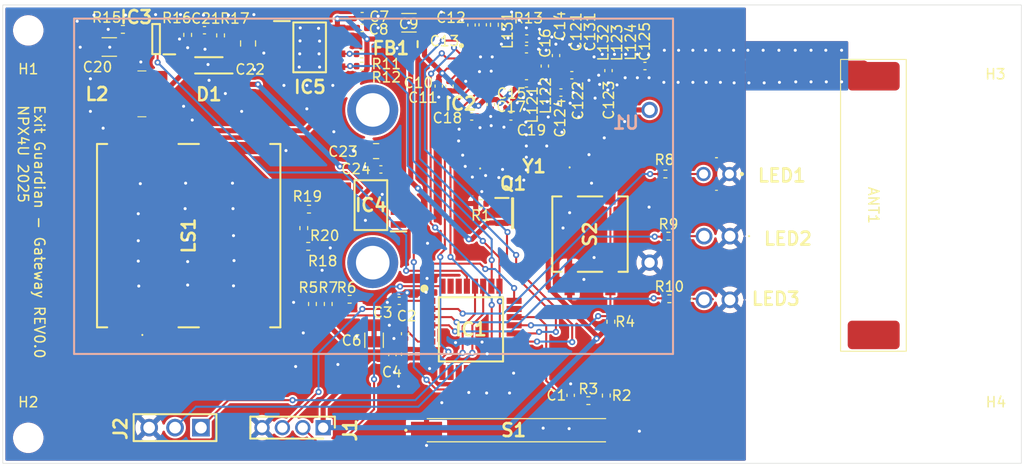
<source format=kicad_pcb>
(kicad_pcb (version 20241229) (generator "pcbnew") (generator_version "9.0")
  (title_block (title "Gateway") (date "2025-10-07") (rev "REV0.0") (company "NPX4U"))
  (layers (0 "F.Cu" signal) (2 "B.Cu" signal) (13 "F.Paste" user) (15 "B.Paste" user) (5 "F.SilkS" user "F.Silkscreen") (7 "B.SilkS" user "B.Silkscreen") (1 "F.Mask" user) (3 "B.Mask" user) (25 "Edge.Cuts" user))
  (net 0 "")
  (net 1 "GND")
  (net 2 "/RF/RF_LINE")
  (net 3 "DOOR")
  (net 4 "V_MEAS")
  (net 5 "NRST")
  (net 6 "VDD")
  (net 7 "RF_VDD")
  (net 8 "Net-(IC2-DCOUPL)")
  (net 9 "Net-(IC2-XOSC_Q1)")
  (net 10 "Net-(IC2-XOSC_Q2)")
  (net 11 "Net-(IC3-FB)")
  (net 12 "+12V")
  (net 13 "Net-(C121-Pad2)")
  (net 14 "Net-(C121-Pad1)")
  (net 15 "Net-(C122-Pad2)")
  (net 16 "Net-(C123-Pad2)")
  (net 17 "Net-(C124-Pad2)")
  (net 18 "Net-(C125-Pad1)")
  (net 19 "Net-(D1-A)")
  (net 20 "/MCU/SDI")
  (net 22 "/MCU/IRQ")
  (net 24 "LED_R")
  (net 27 "LED_B")
  (net 28 "/Buzzer/BZR_P")
  (net 29 "/MCU/SDO")
  (net 30 "BTN")
  (net 32 "SDA")
  (net 33 "/MCU/SCLK")
  (net 35 "TX")
  (net 36 "SCL")
  (net 38 "LED_Y")
  (net 40 "RX")
  (net 41 "SWIM")
  (net 43 "/Buzzer/BZR_N")
  (net 45 "/Buzzer/BZR_EN")
  (net 46 "/MCU/CS")
  (net 47 "Net-(IC2-RBIAS)")
  (net 48 "Net-(IC2-RF_N)")
  (net 50 "Net-(IC2-RF_P)")
  (net 52 "Net-(IC4-OUTA)")
  (net 54 "Net-(IC4-OUTB)")
  (net 55 "Net-(LED1-A)")
  (net 56 "Net-(LED2-A)")
  (net 57 "Net-(LED3-A)")
  (net 58 "Net-(LS1--_1)")
  (net 59 "Net-(LS1-+_1)")
  (net 60 "BAT_IN")
  (net 61 "Net-(Q1-G)")
  (net 62 "Net-(R2-Pad1)")
  (net 63 "Net-(R5-Pad1)")
  (footprint "Capacitor_SMD:C_0402_1005Metric" (layer "F.Cu") (at 225.515 116.92 90)
    (property "Reference" "C13")
    (property "Value" "1uF")
  )
  (footprint "MyParts:SOT95P237X112-3N" (layer "F.Cu") (at 229.55 135.4)
    (property "Reference" "Q1")
    (property "Value" "IRLML6402TRPBF" (hide yes))
  )
  (footprint "Resistor_SMD:R_0402_1005Metric" (layer "F.Cu") (at 227.765 116.9 90)
    (property "Reference" "R13")
    (property "Value" "56K")
  )
  (footprint "MyParts:SOIC127P599X173-8N" (layer "F.Cu") (at 215.638 134.605 180)
    (property "Reference" "IC4")
    (property "Value" "MIC4427YM" (hide yes))
  )
  (footprint "MyParts:SOIC127P602X173-8N" (layer "F.Cu") (at 209.625 119.115)
    (property "Reference" "IC5")
    (property "Value" "MB85RC64TAPNF-G-BDERE1" (hide yes))
  )
  (footprint "Capacitor_SMD:C_0402_1005Metric" (layer "F.Cu") (at 235.365 121.85)
    (property "Reference" "C122")
    (property "Value" "1.5pF")
  )
  (footprint "Capacitor_SMD:C_0402_1005Metric" (layer "F.Cu") (at 226.615 116.9 90)
    (property "Reference" "C12")
    (property "Value" "100nF")
  )
  (footprint "Resistor_SMD:R_0402_1005Metric" (layer "F.Cu") (at 209.05 136.86 -90)
    (property "Reference" "R20")
    (property "Value" "1M")
  )
  (footprint "Capacitor_SMD:C_0402_1005Metric" (layer "F.Cu") (at 214.78 116.05)
    (property "Reference" "C7")
    (property "Value" "1uF")
  )
  (footprint "Resistor_SMD:R_0402_1005Metric" (layer "F.Cu") (at 191.29 117.35)
    (property "Reference" "R15")
    (property "Value" "100K")
  )
  (footprint "Capacitor_SMD:C_0402_1005Metric" (layer "F.Cu") (at 234.295 123.55 180)
    (property "Reference" "C124")
    (property "Value" "100pF")
  )
  (footprint "Capacitor_SMD:C_0402_1005Metric" (layer "F.Cu") (at 227.415 124.72 -90)
    (property "Reference" "C17")
    (property "Value" "100nF")
  )
  (footprint "MyParts:QFP80P900X900X160-32N" (layer "F.Cu") (at 225.462 146.8)
    (property "Reference" "IC1")
    (property "Value" "STM8L151K4T6" (hide yes))
  )
  (footprint "Resistor_SMD:R_0402_1005Metric" (layer "F.Cu") (at 214.75 120.96)
    (property "Reference" "R12")
    (property "Value" "10K")
  )
  (footprint "Capacitor_SMD:C_0402_1005Metric" (layer "F.Cu") (at 242.545 120.95)
    (property "Reference" "C125")
    (property "Value" "12pF")
  )
  (footprint "Capacitor_SMD:C_0402_1005Metric" (layer "F.Cu") (at 225.535 125.9)
    (property "Reference" "C18")
    (property "Value" "12pF")
  )
  (footprint "Capacitor_SMD:C_0402_1005Metric" (layer "F.Cu") (at 230.915 119.3)
    (property "Reference" "C16")
    (property "Value" "100nF")
  )
  (footprint "Capacitor_SMD:C_0402_1005Metric" (layer "F.Cu") (at 235.25 153.28 90)
    (property "Reference" "C1")
    (property "Value" "100nF")
  )
  (footprint "Capacitor_SMD:C_0402_1005Metric" (layer "F.Cu") (at 230.935 118.25)
    (property "Reference" "C14")
    (property "Value" "100nF")
  )
  (footprint "MyParts:MASM14R810" (layer "F.Cu") (at 229.925 156.7)
    (property "Reference" "S1")
    (property "Value" "MASM-14R-8-10" (hide yes))
  )
  (footprint "MyParts:BLM18SP221SN1B" (layer "F.Cu") (at 220.225 118.8)
    (property "Reference" "FB1")
    (property "Value" "BLM18KG601SN1D" (hide yes))
  )
  (footprint "Resistor_SMD:R_0402_1005Metric" (layer "F.Cu") (at 244.55 131.55)
    (property "Reference" "R8")
    (property "Value" "100")
  )
  (footprint "Resistor_SMD:R_0402_1005Metric" (layer "F.Cu") (at 209.9 144.31 -90)
    (property "Reference" "R5")
    (property "Value" "1M")
  )
  (footprint "Capacitor_SMD:C_0402_1005Metric" (layer "F.Cu") (at 218.42 143.995 180)
    (property "Reference" "C3")
    (property "Value" "10nF")
  )
  (footprint "MyParts:CD43NP100MC" (layer "F.Cu") (at 193.155 123.68 -90)
    (property "Reference" "L2")
    (property "Value" "CD43NP-100MC" (hide yes))
  )
  (footprint "Capacitor_SMD:C_0402_1005Metric" (layer "F.Cu") (at 232.715 120.95 90)
    (property "Reference" "C121")
    (property "Value" "1pF")
  )
  (footprint "Inductor_SMD:L_0402_1005Metric" (layer "F.Cu") (at 237.415 120.9)
    (property "Reference" "L123")
    (property "Value" "12nH")
  )
  (footprint "MyParts:NX3225GA26000MSTDCRG2" (layer "F.Cu") (at 227.465 129.049999)
    (property "Reference" "Y1")
    (property "Value" "NX3225GA-26.000M-STD-CRG-2" (hide yes))
  )
  (footprint "Resistor_SMD:R_0402_1005Metric" (layer "F.Cu") (at 236.99 153.8 180)
    (property "Reference" "R3")
    (property "Value" "100K")
  )
  (footprint "Resistor_SMD:R_0402_1005Metric" (layer "F.Cu") (at 209.56 135)
    (property "Reference" "R19")
    (property "Value" "33R")
  )
  (footprint "Capacitor_SMD:C_0402_1005Metric" (layer "F.Cu") (at 216.62 131.1 180)
    (property "Reference" "C24")
    (property "Value" "100nF")
  )
  (footprint "Inductor_SMD:L_0402_1005Metric" (layer "F.Cu") (at 230.915 121.5)
    (property "Reference" "L121")
    (property "Value" "12nH")
  )
  (footprint "MountingHole:MountingHole_2.5mm" (layer "F.Cu") (at 182 157.45)
    (property "Reference" "H2")
    (property "Value" "MountingHole")
  )
  (footprint "Resistor_SMD:R_0402_1005Metric" (layer "F.Cu") (at 226.44 134.45 180)
    (property "Reference" "R1")
    (property "Value" "100K")
  )
  (footprint "Capacitor_SMD:C_0402_1005Metric" (layer "F.Cu") (at 229.385 125.9 180)
    (property "Reference" "C19")
    (property "Value" "12pF")
  )
  (footprint "MyParts:HDRV4W55P0X200_1X4_800X200X635P" (layer "F.Cu") (at 210.95 156.45 180)
    (property "Reference" "J1")
    (property "Value" "G8250041000YEU" (hide yes))
  )
  (footprint "Capacitor_SMD:C_0402_1005Metric" (layer "F.Cu") (at 233.815 119.92 90)
    (property "Reference" "C131")
    (property "Value" "1.5pF")
  )
  (footprint "Capacitor_SMD:C_1206_3216Metric" (layer "F.Cu") (at 215.95 147.87 90)
    (property "Reference" "C6")
    (property "Value" "47uF, 6.3V")
  )
  (footprint "Capacitor_SMD:C_0402_1005Metric" (layer "F.Cu") (at 217.75 149.275 90)
    (property "Reference" "C4")
    (property "Value" "1uF")
  )
  (footprint "MountingHole:MountingHole_2.5mm" (layer "F.Cu") (at 277 117.45)
    (property "Reference" "H3")
    (property "Value" "MountingHole")
  )
  (footprint "Resistor_SMD:R_0402_1005Metric" (layer "F.Cu") (at 213.55 143.85 180)
    (property "Reference" "R6")
    (property "Value" "510K")
  )
  (footprint "MyParts:ANT-868-HESM" (layer "F.Cu") (at 265 134.65 -90)
    (property "Reference" "ANT1")
    (property "Value" "ANT-868-HESM")
  )
  (footprint "Capacitor_SMD:C_0402_1005Metric" (layer "F.Cu") (at 214.77 117.21)
    (property "Reference" "C8")
    (property "Value" "100nF")
  )
  (footprint "Capacitor_SMD:C_0805_2012Metric" (layer "F.Cu") (at 216.15 129.3 180)
    (property "Reference" "C23")
    (property "Value" "4.7uF, 25V")
  )
  (footprint "Capacitor_SMD:C_0402_1005Metric" (layer "F.Cu") (at 238.965 121.4 90)
    (property "Reference" "C123")
    (property "Value" "3.3pF")
  )
  (footprint "Capacitor_SMD:C_0402_1005Metric" (layer "F.Cu") (at 219 147.23 -90)
    (property "Reference" "C2")
    (property "Value" "100nF")
  )
  (footprint "Resistor_SMD:R_0402_1005Metric" (layer "F.Cu") (at 209.49 138.65)
    (property "Reference" "R18")
    (property "Value" "33R")
  )
  (footprint "Resistor_SMD:R_0402_1005Metric" (layer "F.Cu") (at 197.65 117.89 90)
    (property "Reference" "R16")
    (property "Value" "130K")
  )
  (footprint "MyParts:PKMCS1818E20A0R1" (layer "F.Cu") (at 197.75 137.6 90)
    (property "Reference" "LS1")
    (property "Value" "PKMCS1818E20A0-R1" (hide yes))
  )
  (footprint "Resistor_SMD:R_0402_1005Metric" (layer "F.Cu") (at 244.85 137.65)
    (property "Reference" "R9")
    (property "Value" "50")
  )
  (footprint "Resistor_SMD:R_0402_1005Metric" (layer "F.Cu") (at 200.88 117.94 90)
    (property "Reference" "R17")
    (property "Value" "1.15M")
  )
  (footprint "Inductor_SMD:L_0402_1005Metric" (layer "F.Cu") (at 240.515 120.95)
    (property "Reference" "L124")
    (property "Value" "12nH")
  )
  (footprint "Capacitor_SMD:C_0402_1005Metric" (layer "F.Cu") (at 199.3 117.43 180)
    (property "Reference" "C21")
    (property "Value" "4.7pF")
  )
  (footprint "MyParts:SOT95P280X100-5N" (layer "F.Cu") (at 194.55 118.3 180)
    (property "Reference" "IC3")
    (property "Value" "LT1615ES5-1#TRMPBF" (hide yes))
  )
  (footprint "MountingHole:MountingHole_2.5mm" (layer "F.Cu") (at 182 117.45)
    (property "Reference" "H1")
    (property "Value" "MountingHole")
  )
  (footprint "Resistor_SMD:R_0402_1005Metric" (layer "F.Cu") (at 239.2 146.05 -90)
    (property "Reference" "R4")
    (property "Value" "10K")
  )
  (footprint "Capacitor_SMD:C_0402_1005Metric" (layer "F.Cu") (at 230.915 122.65)
    (property "Reference" "C15")
    (property "Value" "100nF")
  )
  (footprint "MyParts:WP710A10LVBCD" (layer "F.Cu") (at 250.8365 131.55 180)
    (property "Reference" "LED1")
    (property "Value" "WP710A10LVBC_D" (hide yes))
  )
  (footprint "Resistor_SMD:R_0402_1005Metric" (layer "F.Cu") (at 214.74 119.76)
    (property "Reference" "R11")
    (property "Value" "10K")
  )
  (footprint "Capacitor_SMD:C_0402_1005Metric" (layer "F.Cu") (at 219 149.245 90)
    (property "Reference" "C5" (hide yes))
    (property "Value" "100nF")
  )
  (footprint "Resistor_SMD:R_0402_1005Metric" (layer "F.Cu") (at 211.45 144.31 -90)
    (property "Reference" "R7")
    (property "Value" "1K")
  )
  (footprint "Capacitor_SMD:C_1206_3216Metric" (layer "F.Cu") (at 189.955 119.08 180)
    (property "Reference" "C20")
    (property "Value" "22uF, 6.3V")
  )
  (footprint "Inductor_SMD:L_0402_1005Metric" (layer "F.Cu") (at 230.915 120.4)
    (property "Reference" "L131")
    (property "Value" "12nH")
  )
  (footprint "Resistor_SMD:R_0402_1005Metric" (layer "F.Cu") (at 238.75 153.3 90)
    (property "Reference" "R2")
    (property "Value" "1M")
  )
  (footprint "MyParts:TLHR4400AS12Z" (layer "F.Cu") (at 248.3465 143.9)
    (property "Reference" "LED3")
    (property "Value" "TLHR4400-AS12Z" (hide yes))
  )
  (footprint "Capacitor_SMD:C_0402_1005Metric" (layer "F.Cu") (at 223.35 122.92 -90)
    (property "Reference" "C11")
    (property "Value" "100nF")
  )
  (footprint "Capacitor_SMD:C_0805_2012Metric" (layer "F.Cu") (at 203.58 118.73 -90)
    (property "Reference" "C22")
    (property "Value" "4.7uF, 25V")
  )
  (footprint "Inductor_SMD:L_0402_1005Metric" (layer "F.Cu") (at 235.43 119.95)
    (property "Reference" "L132")
    (property "Value" "18nH")
  )
  (footprint "MyParts:QFN50P400X400X100-21N-D" (layer "F.Cu") (at 226.9 120.7)
    (property "Reference" "IC2")
    (property "Value" "CC1101RGPR" (hide yes))
  )
  (footprint "Capacitor_SMD:C_0402_1005Metric" (layer "F.Cu") (at 222.3 122.92 -90)
    (property "Reference" "C10")
    (property "Value" "100nF")
  )
  (footprint "Resistor_SMD:R_0402_1005Metric" (layer "F.Cu") (at 244.94 143.8)
    (property "Reference" "R10")
    (property "Value" "50")
  )
  (footprint "MyParts:HDRV3W66P0X254_1X3_762X254X855P" (layer "F.Cu") (at 198.95 156.45 180)
    (property "Reference" "J2")
    (property "Value" "M20-9770342" (hide yes))
  )
  (footprint "Capacitor_SMD:C_1206_3216Metric" (layer "F.Cu") (at 219.375 116.7)
    (property "Reference" "C9")
    (property "Value" "47uF, 6.3V")
  )
  (footprint "MyParts:SOD3716X135N" (layer "F.Cu") (at 199.73 120.88 180)
    (property "Reference" "D1")
    (property "Value" "MBR0520LT3G" (hide yes))
  )
  (footprint "MyParts:TLHY4400AS12Z" (layer "F.Cu") (at 250.8865 137.65 180)
    (property "Reference" "LED2")
    (property "Value" "TLHY4400-AS12Z" (hide yes))
  )
  (footprint "Inductor_SMD:L_0402_1005Metric" (layer "F.Cu") (at 233.815 121.95 -90)
    (property "Reference" "L122")
    (property "Value" "18nH")
  )
  (footprint "MountingHole:MountingHole_2.5mm" (layer "F.Cu") (at 277 157.45)
    (property "Reference" "H4")
    (property "Value" "MountingHole")
  )
  (footprint "MyParts:TL6120DF160QG" (layer "F.Cu") (at 237.15 137.45 -90)
    (property "Reference" "S2")
    (property "Value" "TL6120DF160QG" (hide yes))
  )
  (footprint "MyParts:2462" (layer "B.Cu") (at 243 125.26)
    (property "Reference" "U1")
    (property "Value" "2462" (hide yes))
  )
  (gr_rect (start 179.5 114.95) (end 279.5 159.95) (stroke (width 0.05)) (fill no) (layer "Edge.Cuts"))
  (gr_text "Exit Guardian - Gateway REV0.0\nNPX4U 2025" (at 180.9 124.7 270) (layer "F.SilkS") (effects (font (size 1 1)) (justify left bottom)))
  (segment (start 226.4 118.8) (end 226.4 120.05) (width 0.2) (layer "F.Cu") (net 1))
  (segment (start 226.015 127.899998) (end 226.365 128.249998) (width 0.5) (layer "F.Cu") (net 1))
  (segment (start 226.015 126.665) (end 226.35 127) (width 0.5) (layer "F.Cu") (net 1))
  (segment (start 188.5 119.1) (end 188.48 119.08) (width 0.5) (layer "F.Cu") (net 1))
  (segment (start 215.26 117.2) (end 215.25 117.21) (width 0.2) (layer "F.Cu") (net 1))
  (segment (start 217.17 133.97) (end 216.75 133.55) (width 0.5) (layer "F.Cu") (net 1))
  (segment (start 218.35 133.97) (end 217.17 133.97) (width 0.5) (layer "F.Cu") (net 1))
  (segment (start 206.9 117.21) (end 208.69 117.21) (width 0.5) (layer "F.Cu") (net 1))
  (segment (start 197.65 118.4) (end 197.65 119.15) (width 0.5) (layer "F.Cu") (net 1))
  (segment (start 234.775 123.55) (end 235.5 123.55) (width 0.2) (layer "F.Cu") (net 1))
  (segment (start 190.78 117.35) (end 189.85 117.35) (width 0.5) (layer "F.Cu") (net 1))
  (segment (start 225.515 116.44) (end 225.29 116.44) (width 0.5) (layer "F.Cu") (net 1))
  (segment (start 227.765 116.39) (end 227.897472 116.39) (width 0.5) (layer "F.Cu") (net 1))
  (segment (start 226.3 121.5) (end 226.3 121.55) (width 0.2) (layer "F.Cu") (net 1))
  (segment (start 196.85 118.3) (end 197.55 118.3) (width 0.5) (layer "F.Cu") (net 1))
  (segment (start 231.395 119.3) (end 232.1 119.3) (width 0.2) (layer "F.Cu") (net 1))
  (segment (start 235.25 152.8) (end 235.25 152.15) (width 0.5) (layer "F.Cu") (net 1))
  (segment (start 226.4 120.2) (end 226.9 120.7) (width 0.2) (layer "F.Cu") (net 1))
  (segment (start 226.365 127.015) (end 226.35 127) (width 0.5) (layer "F.Cu") (net 1))
  (segment (start 215.2 129.3) (end 213.95 129.3) (width 0.5) (layer "F.Cu") (net 1))
  (segment (start 214.06 143.85) (end 216.95 143.85) (width 0.5) (layer "F.Cu") (net 1))
  (segment (start 226.9 120.7) (end 227.45 121.25) (width 0.2) (layer "F.Cu") (net 1))
  (segment (start 235.15 141.9) (end 236.55 141.9) (width 0.5) (layer "F.Cu") (net 1))
  (segment (start 208.7 118.5) (end 208.68 118.48) (width 0.5) (layer "F.Cu") (net 1))
  (segment (start 195.85 118.3) (end 196.85 118.3) (width 0.5) (layer "F.Cu") (net 1))
  (segment (start 219.95 154) (end 222.6 154) (width 1) (layer "F.Cu") (net 1))
  (segment (start 219.35 143.05) (end 221.05 143.05) (width 0.2) (layer "F.Cu") (net 1))
  (segment (start 228.905 126.745) (end 228.7 126.95) (width 0.5) (layer "F.Cu") (net 1))
  (segment (start 228.905 125.9) (end 228.905 126.745) (width 0.5) (layer "F.Cu") (net 1))
  (segment (start 227.9 119.7) (end 227.55 120.05) (width 0.2) (layer "F.Cu") (net 1))
  (segment (start 219.2 143.2) (end 219.35 143.05) (width 0.2) (layer "F.Cu") (net 1))
  (segment (start 203.6 119.7) (end 203.58 119.68) (width 0.5) (layer "F.Cu") (net 1))
  (segment (start 226.3 121.3) (end 226.9 120.7) (width 0.2) (layer "F.Cu") (net 1))
  (segment (start 215.25 117.21) (end 216.34 117.21) (width 0.5) (layer "F.Cu") (net 1))
  (segment (start 219.035 148.8) (end 219 148.765) (width 0.5) (layer "F.Cu") (net 1))
  (segment (start 227.45 121.25) (end 227.45 121.45) (width 0.2) (layer "F.Cu") (net 1))
  (segment (start 217.75 148.795) (end 217.75 147.85) (width 0.5) (layer "F.Cu") (net 1))
  (segment (start 206.85 119.7) (end 206.9 119.75) (width 0.5) (layer "F.Cu") (net 1))
  (segment (start 205.125 119.675) (end 205.15 119.65) (width 0.5) (layer "F.Cu") (net 1))
  (segment (start 225.22 116.37) (end 224.6 116.37) (width 0.5) (layer "F.Cu") (net 1))
  (segment (start 187.12 119.08) (end 187.1 119.1) (width 0.5) (layer "F.Cu") (net 1))
  (segment (start 231.415 118.25) (end 232.15 118.25) (width 0.2) (layer "F.Cu") (net 1))
  (segment (start 226.645 116.39) (end 226.615 116.42) (width 0.5) (layer "F.Cu") (net 1))
  (segment (start 227.55 120.05) (end 226.9 120.7) (width 0.2) (layer "F.Cu") (net 1))
  (segment (start 205.12 119.68) (end 205.125 119.675) (width 0.5) (layer "F.Cu") (net 1))
  (segment (start 227.415 125.885) (end 227.4 125.9) (width 0.5) (layer "F.Cu") (net 1))
  (segment (start 217.445 146.395) (end 217.45 146.4) (width 0.5) (layer "F.Cu") (net 1))
  (segment (start 226.4 120.05) (end 226.4 120.2) (width 0.2) (layer "F.Cu") (net 1))
  (segment (start 235.15 152.7) (end 235.25 152.8) (width 0.2) (layer "F.Cu") (net 1))
  (segment (start 193.87 156.45) (end 193.87 156.92) (width 0.2) (layer "F.Cu") (net 1))
  (segment (start 227.765 116.39) (end 226.645 116.39) (width 0.5) (layer "F.Cu") (net 1))
  (segment (start 203.58 119.68) (end 205.12 119.68) (width 0.5) (layer "F.Cu") (net 1))
  (segment (start 216.34 117.21) (end 216.35 117.2) (width 0.5) (layer "F.Cu") (net 1))
  (segment (start 231.395 122.65) (end 232.15 122.65) (width 0.2) (layer "F.Cu") (net 1))
  (segment (start 206.9 118.48) (end 208.68 118.48) (width 0.5) (layer "F.Cu") (net 1))
  (segment (start 208.69 117.21) (end 208.7 117.2) (width 0.5) (layer "F.Cu") (net 1))
  (segment (start 227.9 118.8) (end 228.45 118.8) (width 0.2) (layer "F.Cu") (net 1))
  (segment (start 226.525 133.275) (end 225.93 133.87) (width 0.2) (layer "F.Cu") (net 1))
  (segment (start 219 147.71) (end 217.91 147.71) (width 0.5) (layer "F.Cu") (net 1))
  (segment (start 225.29 116.44) (end 225.22 116.37) (width 0.5) (layer "F.Cu") (net 1))
  (segment (start 226.365 128.249998) (end 226.365 127.015) (width 0.5) (layer "F.Cu") (net 1))
  (segment (start 217.75 147.85) (end 217.9 147.7) (width 0.5) (layer "F.Cu") (net 1))
  (segment (start 223.35 123.4) (end 223.35 124.05) (width 0.5) (layer "F.Cu") (net 1))
  (segment (start 233.815 119.44) (end 233.815 118.815) (width 0.2) (layer "F.Cu") (net 1))
  (segment (start 216.14 131.1) (end 215.3 131.1) (width 0.5) (layer "F.Cu") (net 1))
  (segment (start 217.94 143.995) (end 217.405 143.995) (width 0.5) (layer "F.Cu") (net 1))
  (segment (start 210.62 118.48) (end 210.6 118.5) (width 0.5) (layer "F.Cu") (net 1))
  (segment (start 235.15 133) (end 235.15 135.35) (width 0.5) (layer "F.Cu") (net 1))
  (segment (start 227.897472 116.39) (end 228.7 117.192528) (width 0.5) (layer "F.Cu") (net 1))
  (segment (start 221.1 156.7) (end 221.1 158.2) (width 0.5) (layer "F.Cu") (net 1))
  (segment (start 231.395 118.27) (end 231.415 118.25) (width 0.2) (layer "F.Cu") (net 1))
  (segment (start 228.565 129.85) (end 228.565 131.1) (width 0.5) (layer "F.Cu") (net 1))
  (segment (start 219.03 148.795) (end 219 148.765) (width 0.2) (layer "F.Cu") (net 1))
  (segment (start 218.35 152.4) (end 219.95 154) (width 1) (layer "F.Cu") (net 1))
  (segment (start 215.3 131.1) (end 215.05 130.85) (width 0.5) (layer "F.Cu") (net 1))
  (segment (start 197.55 118.3) (end 197.65 118.4) (width 0.5) (layer "F.Cu") (net 1))
  (segment (start 217.91 147.71) (end 217.9 147.7) (width 0.5) (layer "F.Cu") (net 1))
  (segment (start 225.515 116.44) (end 226.595 116.44) (width 0.5) (layer "F.Cu") (net 1))
  (segment (start 215.26 116.05) (end 216.35 116.05) (width 0.5) (layer "F.Cu") (net 1))
  (segment (start 226.015 125.9) (end 226.015 126.665) (width 0.5) (layer "F.Cu") (net 1))
  (segment (start 238.965 122.585) (end 238.95 122.6) (width 0.2) (layer "F.Cu") (net 1))
  (segment (start 225.93 133.87) (end 225.93 134.45) (width 0.2) (layer "F.Cu") (net 1))
  (segment (start 217.405 143.995) (end 217.25 144.15) (width 0.5) (layer "F.Cu") (net 1))
  (segment (start 219.35 116.7) (end 220.85 116.7) (width 0.5) (layer "F.Cu") (net 1))
  (segment (start 206.9 121.02) (end 208.57 121.02) (width 0.5) (layer "F.Cu") (net 1))
  (segment (start 226.595 116.44) (end 226.615 116.42) (width 0.5) (layer "F.Cu") (net 1))
  (segment (start 224.6 116.37) (end 224.6 116.419) (width 0.5) (layer "F.Cu") (net 1))
  (segment (start 222.3 123.4) (end 222.3 124) (width 0.5) (layer "F.Cu") (net 1))
  (segment (start 221.05 143.05) (end 221.05 143.162) (width 0.2) (layer "F.Cu") (net 1))
  (segment (start 226.3 121.3) (end 226.3 121.5) (width 0.2) (layer "F.Cu") (net 1))
  (segment (start 225.93 134.45) (end 225.93 134.317528) (width 0.5) (layer "F.Cu") (net 1))
  (segment (start 238.965 121.88) (end 238.965 122.585) (width 0.2) (layer "F.Cu") (net 1))
  (segment (start 218.97 148.795) (end 219 148.765) (width 0.5) (layer "F.Cu") (net 1))
  (segment (start 206.9 119.75) (end 208.65 119.75) (width 0.5) (layer "F.Cu") (net 1))
  (segment (start 215.95 146.395) (end 217.445 146.395) (width 0.5) (layer "F.Cu") (net 1))
  (segment (start 216.95 143.85) (end 217.25 144.15) (width 0.5) (layer "F.Cu") (net 1))
  (segment (start 218.33 133.95) (end 218.35 133.97) (width 0.2) (layer "F.Cu") (net 1))
  (segment (start 227.735 116.42) (end 227.765 116.39) (width 0.5) (layer "F.Cu") (net 1))
  (segment (start 188.48 119.08) (end 187.12 119.08) (width 0.5) (layer "F.Cu") (net 1))
  (segment (start 212.35 118.48) (end 210.62 118.48) (width 0.5) (layer "F.Cu") (net 1))
  (segment (start 219 147.58) (end 219 148.765) (width 0.5) (layer "F.Cu") (net 1))
  (segment (start 228.7 117.192528) (end 228.7 117.35) (width 0.5) (layer "F.Cu") (net 1))
  (segment (start 233.815 118.815) (end 233.8 118.8) (width 0.2) (layer "F.Cu") (net 1))
  (segment (start 208.57 121.02) (end 208.6 121.05) (width 0.5) (layer "F.Cu") (net 1))
  (segment (start 227.415 125.2) (end 227.415 125.885) (width 0.5) (layer "F.Cu") (net 1))
  (segment (start 231.415 119.28) (end 231.395 119.3) (width 0.5) (layer "F.Cu") (net 1))
  (segment (start 227.9 118.8) (end 227.9 119.7) (width 0.2) (layer "F.Cu") (net 1))
  (via (at 230.9 129.9) (size 0.6) (drill 0.3) (layers "F.Cu" "B.Cu") (net 1))
  (via (at 244.45 119.4) (size 0.6) (drill 0.3) (layers "F.Cu" "B.Cu") (net 1))
  (via (at 234.4 127.45) (size 0.6) (drill 0.3) (layers "F.Cu" "B.Cu") (net 1))
  (via (at 223.35 124.05) (size 0.6) (drill 0.3) (layers "F.Cu" "B.Cu") (net 1))
  (via (at 225.6 131.85) (size 0.6) (drill 0.3) (layers "F.Cu" "B.Cu") (net 1))
  (via (at 238.55 128) (size 0.6) (drill 0.3) (layers "F.Cu" "B.Cu") (net 1))
  (via (at 189.35 127.05) (size 0.6) (drill 0.3) (layers "F.Cu" "B.Cu") (net 1))
  (via (at 236 119) (size 0.6) (drill 0.3) (layers "F.Cu" "B.Cu") (net 1))
  (via (at 230 124.55) (size 0.6) (drill 0.3) (layers "F.Cu" "B.Cu") (net 1))
  (via (at 192.8 138.1) (size 0.6) (drill 0.3) (layers "F.Cu" "B.Cu") (net 1))
  (via (at 226.55 148.05) (size 0.6) (drill 0.3) (layers "F.Cu" "B.Cu") (net 1))
  (via (at 216.75 133.55) (size 0.6) (drill 0.3) (layers "F.Cu" "B.Cu") (net 1))
  (via (at 230.9 128.8) (size 0.6) (drill 0.3) (layers "F.Cu" "B.Cu") (net 1))
  (via (at 255.7 119.4) (size 0.6) (drill 0.3) (layers "F.Cu" "B.Cu") (net 1))
  (via (at 236.55 141.9) (size 0.6) (drill 0.3) (layers "F.Cu" "B.Cu") (net 1))
  (via (at 238.35 119.8) (size 0.6) (drill 0.3) (layers "F.Cu" "B.Cu") (net 1))
  (via (at 208.65 119.75) (size 0.6) (drill 0.3) (layers "F.Cu" "B.Cu") (net 1))
  (via (at 202.1 134.95) (size 0.6) (drill 0.3) (layers "F.Cu" "B.Cu") (net 1))
  (via (at 196.85 118.3) (size 0.6) (drill 0.3) (layers "F.Cu" "B.Cu") (net 1))
  (via (at 209.35 125.15) (size 0.6) (drill 0.3) (layers "F.Cu" "B.Cu") (net 1))
  (via (at 197.65 142.45) (size 0.6) (drill 0.3) (layers "F.Cu" "B.Cu") (net 1))
  (via (at 192.8 140.1) (size 0.6) (drill 0.3) (layers "F.Cu" "B.Cu") (net 1))
  (via (at 197.4 134.95) (size 0.6) (drill 0.3) (layers "F.Cu" "B.Cu") (net 1))
  (via (at 235.2 124.6) (size 0.6) (drill 0.3) (layers "F.Cu" "B.Cu") (net 1))
  (via (at 237.65 124.1) (size 0.6) (drill 0.3) (layers "F.Cu" "B.Cu") (net 1))
  (via (at 249.95 122.55) (size 0.6) (drill 0.3) (layers "F.Cu" "B.Cu") (net 1))
  (via (at 238 121.85) (size 0.6) (drill 0.3) (layers "F.Cu" "B.Cu") (net 1))
  (via (at 230.85 126.45) (size 0.6) (drill 0.3) (layers "F.Cu" "B.Cu") (net 1))
  (via (at 219.2 143.2) (size 0.6) (drill 0.3) (layers "F.Cu" "B.Cu") (net 1))
  (via (at 193.05 120.55) (size 0.6) (drill 0.3) (layers "F.Cu" "B.Cu") (net 1))
  (via (at 226.35 127) (size 0.6) (drill 0.3) (layers "F.Cu" "B.Cu") (net 1))
  (via (at 232.15 118.25) (size 0.6) (drill 0.3) (layers "F.Cu" "B.Cu") (net 1))
  (via (at 236.05 122.8) (size 0.6) (drill 0.3) (layers "F.Cu" "B.Cu") (net 1))
  (via (at 221.4 150.65) (size 0.6) (drill 0.3) (layers "F.Cu" "B.Cu") (net 1))
  (via (at 198.1 126.25) (size 0.6) (drill 0.3) (layers "F.Cu" "B.Cu") (net 1))
  (via (at 217.95 151) (size 0.6) (drill 0.3) (layers "F.Cu" "B.Cu") (net 1))
  (via (at 222.55 115.65) (size 0.6) (drill 0.3) (layers "F.Cu" "B.Cu") (net 1))
  (via (at 199.35 119.3) (size 0.6) (drill 0.3) (layers "F.Cu" "B.Cu") (net 1))
  (via (at 224.95 122.45) (size 0.6) (drill 0.3) (layers "F.Cu" "B.Cu") (net 1))
  (via (at 199.2 115.95) (size 0.6) (drill 0.3) (layers "F.Cu" "B.Cu") (net 1))
  (via (at 188.45 115.95) (size 0.6) (drill 0.3) (layers "F.Cu" "B.Cu") (net 1))
  (via (at 221.05 143.162) (size 0.6) (drill 0.3) (layers "F.Cu" "B.Cu") (net 1))
  (via (at 229.45 132) (size 0.6) (drill 0.3) (layers "F.Cu" "B.Cu") (net 1))
  (via (at 188.1 125.4) (size 0.6) (drill 0.3) (layers "F.Cu" "B.Cu") (net 1))
  (via (at 190 119.1) (size 0.6) (drill 0.3) (layers "F.Cu" "B.Cu") (net 1))
  (via (at 230.9 127.7) (size 0.6) (drill 0.3) (layers "F.Cu" "B.Cu") (net 1))
  (via (at 187.1 119.1) (size 0.6) (drill 0.3) (layers "F.Cu" "B.Cu") (net 1))
  (via (at 247.25 122.55) (size 0.6) (drill 0.3) (layers "F.Cu" "B.Cu") (net 1))
  (via (at 224.9 130.8) (size 0.6) (drill 0.3) (layers "F.Cu" "B.Cu") (net 1))
  (via (at 207.3 129.25) (size 0.6) (drill 0.3) (layers "F.Cu" "B.Cu") (net 1))
  (via (at 223.95 148.1) (size 0.6) (drill 0.3) (layers "F.Cu" "B.Cu") (net 1))
  (via (at 235.15 118.85) (size 0.6) (drill 0.3) (layers "F.Cu" "B.Cu") (net 1))
  (via (at 218.35 152.4) (size 0.6) (drill 0.3) (layers "F.Cu" "B.Cu") (net 1))
  (via (at 202.15 137.6) (size 0.6) (drill 0.3) (layers "F.Cu" "B.Cu") (net 1))
  (via (at 227 153.05) (size 0.6) (drill 0.3) (layers "F.Cu" "B.Cu") (net 1))
  (via (at 197.65 119.15) (size 0.6) (drill 0.3) (layers "F.Cu" "B.Cu") (net 1))
  (via (at 224.3 127.15) (size 0.6) (drill 0.3) (layers "F.Cu" "B.Cu") (net 1))
  (via (at 257.3 119.4) (size 0.6) (drill 0.3) (layers "F.Cu" "B.Cu") (net 1))
  (via (at 209.35 122.85) (size 0.6) (drill 0.3) (layers "F.Cu" "B.Cu") (net 1))
  (via (at 219.35 116.7) (size 0.6) (drill 0.3) (layers "F.Cu" "B.Cu") (net 1))
  (via (at 254.25 122.6) (size 0.6) (drill 0.3) (layers "F.Cu" "B.Cu") (net 1))
  (via (at 237.55 120.05) (size 0.6) (drill 0.3) (layers "F.Cu" "B.Cu") (net 1))
  (via (at 229.65 151.1) (size 0.6) (drill 0.3) (layers "F.Cu" "B.Cu") (net 1))
  (via (at 217.9 147.7) (size 0.6) (drill 0.3) (layers "F.Cu" "B.Cu") (net 1))
  (via (at 232.1 119.3) (size 0.6) (drill 0.3) (layers "F.Cu" "B.Cu") (net 1))
  (via (at 212.4 150.25) (size 0.6) (drill 0.3) (layers "F.Cu" "B.Cu") (net 1))
  (via (at 210.6 118.5) (size 0.6) (drill 0.3) (layers "F.Cu" "B.Cu") (net 1))
  (via (at 199.65 120.8) (size 0.6) (drill 0.3) (layers "F.Cu" "B.Cu") (net 1))
  (via (at 231.4 123.75) (size 0.6) (drill 0.3) (layers "F.Cu" "B.Cu") (net 1))
  (via (at 210.55 119.75) (size 0.6) (drill 0.3) (layers "F.Cu" "B.Cu") (net 1))
  (via (at 221.1 158.2) (size 0.6) (drill 0.3) (layers "F.Cu" "B.Cu") (net 1))
  (via (at 212 127.4) (size 0.6) (drill 0.3) (layers "F.Cu" "B.Cu") (net 1))
  (via (at 230.6 124.05) (size 0.6) (drill 0.3) (layers "F.Cu" "B.Cu") (net 1))
  (via (at 237.05 122.35) (size 0.6) (drill 0.3) (layers "F.Cu" "B.Cu") (net 1))
  (via (at 244.4 122.55) (size 0.6) (drill 0.3) (layers "F.Cu" "B.Cu") (net 1))
  (via (at 257.35 122.5) (size 0.6) (drill 0.3) (layers "F.Cu" "B.Cu") (net 1))
  (via (at 254.15 119.4) (size 0.6) (drill 0.3) (layers "F.Cu" "B.Cu") (net 1))
  (via (at 255.75 122.55) (size 0.6) (drill 0.3) (layers "F.Cu" "B.Cu") (net 1))
  (via (at 230.9 131.15) (size 0.6) (drill 0.3) (layers "F.Cu" "B.Cu") (net 1))
  (via (at 224.65 129.7) (size 0.6) (drill 0.3) (layers "F.Cu" "B.Cu") (net 1))
  (via (at 234.45 118.3) (size 0.6) (drill 0.3) (layers "F.Cu" "B.Cu") (net 1))
  (via (at 228.7 126.95) (size 0.6) (drill 0.3) (layers "F.Cu" "B.Cu") (net 1))
  (via (at 229.1 118.2) (size 0.6) (drill 0.3) (layers "F.Cu" "B.Cu") (net 1))
  (via (at 192.8 135.45) (size 0.6) (drill 0.3) (layers "F.Cu" "B.Cu") (net 1))
  (via (at 261.85 122.5) (size 0.6) (drill 0.3) (layers "F.Cu" "B.Cu") (net 1))
  (via (at 192.85 142.55) (size 0.6) (drill 0.3) (layers "F.Cu" "B.Cu") (net 1))
  (via (at 232.85 119.4) (size 0.6) (drill 0.3) (layers "F.Cu" "B.Cu") (net 1))
  (via (at 186.8 116.55) (size 0.6) (drill 0.3) (layers "F.Cu" "B.Cu") (net 1))
  (via (at 235.1 156.55) (size 0.6) (drill 0.3) (layers "F.Cu" "B.Cu") (net 1))
  (via (at 241.8 122.1) (size 0.6) (drill 0.3) (layers "F.Cu" "B.Cu") (net 1))
  (via (at 238.9 123.3) (size 0.6) (drill 0.3) (layers "F.Cu" "B.Cu") (net 1))
  (via (at 237.05 129.65) (size 0.6) (drill 0.3) (layers "F.Cu" "B.Cu") (net 1))
  (via (at 232.2 117.35) (size 0.6) (drill 0.3) (layers "F.Cu" "B.Cu") (net 1))
  (via (at 202.2 140.05) (size 0.6) (drill 0.3) (layers "F.Cu" "B.Cu") (net 1))
  (via (at 204.2 121.3) (size 0.6) (drill 0.3) (layers "F.Cu" "B.Cu") (net 1))
  (via (at 228.45 118.8) (size 0.6) (drill 0.3) (layers "F.Cu" "B.Cu") (net 1))
  (via (at 237.3 132.45) (size 0.6) (drill 0.3) (layers "F.Cu" "B.Cu") (net 1))
  (via (at 215.05 130.85) (size 0.6) (drill 0.3) (layers "F.Cu" "B.Cu") (net 1))
  (via (at 228.565 131.1) (size 0.6) (drill 0.3) (layers "F.Cu" "B.Cu") (net 1))
  (via (at 260.35 122.5) (size 0.6) (drill 0.3) (layers "F.Cu" "B.Cu") (net 1))
  (via (at 238.1 122.75) (size 0.6) (drill 0.3) (layers "F.Cu" "B.Cu") (net 1))
  (via (at 242.95 122.1) (size 0.6) (drill 0.3) (layers "F.Cu" "B.Cu") (net 1))
  (via (at 225.25 153) (size 0.6) (drill 0.3) (layers "F.Cu" "B.Cu") (net 1))
  (via (at 233.4 118.1) (size 0.6) (drill 0.3) (layers "F.Cu" "B.Cu") (net 1))
  (via (at 230.65 132.15) (size 0.6) (drill 0.3) (layers "F.Cu" "B.Cu") (net 1))
  (via (at 242 156.8) (size 0.6) (drill 0.3) (layers "F.Cu" "B.Cu") (net 1))
  (via (at 210.5 117.25) (size 0.6) (drill 0.3) (layers "F.Cu" "B.Cu") (net 1))
  (via (at 228.7 117.35) (size 0.6) (drill 0.3) (layers "F.Cu" "B.Cu") (net 1))
  (via (at 207.1 122.85) (size 0.6) (drill 0.3) (layers "F.Cu" "B.Cu") (net 1))
  (via (at 234 124.65) (size 0.6) (drill 0.3) (layers "F.Cu" "B.Cu") (net 1))
  (via (at 226.4 120.05) (size 0.6) (drill 0.3) (layers "F.Cu" "B.Cu") (net 1))
  (via (at 227.05 149.2) (size 0.6) (drill 0.3) (layers "F.Cu" "B.Cu") (net 1))
  (via (at 202.05 132.45) (size 0.6) (drill 0.3) (layers "F.Cu" "B.Cu") (net 1))
  (via (at 235.5 123.55) (size 0.6) (drill 0.3) (layers "F.Cu" "B.Cu") (net 1))
  (via (at 213.95 129.3) (size 0.6) (drill 0.3) (layers "F.Cu" "B.Cu") (net 1))
  (via (at 191.55 115.95) (size 0.6) (drill 0.3) (layers "F.Cu" "B.Cu") (net 1))
  (via (at 229.25 153.05) (size 0.6) (drill 0.3) (layers "F.Cu" "B.Cu") (net 1))
  (via (at 232.85 122.3) (size 0.6) (drill 0.3) (layers "F.Cu" "B.Cu") (net 1))
  (via (at 216.35 116.05) (size 0.6) (drill 0.3) (layers "F.Cu" "B.Cu") (net 1))
  (via (at 208.7 117.2) (size 0.6) (drill 0.3) (layers "F.Cu" "B.Cu") (net 1))
  (via (at 210.6 121.05) (size 0.6) (drill 0.3) (layers "F.Cu" "B.Cu") (net 1))
  (via (at 248.55 122.55) (size 0.6) (drill 0.3) (layers "F.Cu" "B.Cu") (net 1))
  (via (at 199.75 122.35) (size 0.6) (drill 0.3) (layers "F.Cu" "B.Cu") (net 1))
  (via (at 202.95 125.4) (size 0.6) (drill 0.3) (layers "F.Cu" "B.Cu") (net 1))
  (via (at 194.5 115.9) (size 0.6) (drill 0.3) (layers "F.Cu" "B.Cu") (net 1))
  (via (at 227.45 121.45) (size 0.6) (drill 0.3) (layers "F.Cu" "B.Cu") (net 1))
  (via (at 221.15 141.8) (size 0.6) (drill 0.3) (layers "F.Cu" "B.Cu") (net 1))
  (via (at 202.15 142.527397) (size 0.6) (drill 0.3) (layers "F.Cu" "B.Cu") (net 1))
  (via (at 251.3 122.6) (size 0.6) (drill 0.3) (layers "F.Cu" "B.Cu") (net 1))
  (via (at 201.35 123.65) (size 0.6) (drill 0.3) (layers "F.Cu" "B.Cu") (net 1))
  (via (at 252.65 119.4) (size 0.6) (drill 0.3) (layers "F.Cu" "B.Cu") (net 1))
  (via (at 245.85 119.4) (size 0.6) (drill 0.3) (layers "F.Cu" "B.Cu") (net 1))
  (via (at 211.9 122.85) (size 0.6) (drill 0.3) (layers "F.Cu" "B.Cu") (net 1))
  (via (at 224.6 116.419) (size 0.6) (drill 0.3) (layers "F.Cu" "B.Cu") (net 1))
  (via (at 196.95 115.9) (size 0.6) (drill 0.3) (layers "F.Cu" "B.Cu") (net 1))
  (via (at 215.1 136.1) (size 0.6) (drill 0.3) (layers "F.Cu" "B.Cu") (net 1))
  (via (at 234.5 136.85) (size 0.6) (drill 0.3) (layers "F.Cu" "B.Cu") (net 1))
  (via (at 209 147.15) (size 0.6) (drill 0.3) (layers "F.Cu" "B.Cu") (net 1))
  (via (at 241.8 119.8) (size 0.6) (drill 0.3) (layers "F.Cu" "B.Cu") (net 1))
  (via (at 226.525 133.275) (size 0.6) (drill 0.3) (layers "F.Cu" "B.Cu") (net 1))
  (via (at 201.65 115.95) (size 0.6) (drill 0.3) (layers "F.Cu" "B.Cu") (net 1))
  (via (at 230.2 116.45) (size 0.6) (drill 0.3) (layers "F.Cu" "B.Cu") (net 1))
  (via (at 260.3 119.4) (size 0.6) (drill 0.3) (layers "F.Cu" "B.Cu") (net 1))
  (via (at 252.75 122.6) (size 0.6) (drill 0.3) (layers "F.Cu" "B.Cu") (net 1))
  (via (at 240.6 122.1) (size 0.6) (drill 0.3) (layers "F.Cu" "B.Cu") (net 1))
  (via (at 197.6 138) (size 0.6) (drill 0.3) (layers "F.Cu" "B.Cu") (net 1))
  (via (at 232.55 156.5) (size 0.6) (drill 0.3) (layers "F.Cu" "B.Cu") (net 1))
  (via (at 189.85 117.35) (size 0.6) (drill 0.3) (layers "F.Cu" "B.Cu") (net 1))
  (via (at 261.85 119.4) (size 0.6) (drill 0.3) (layers "F.Cu" "B.Cu") (net 1))
  (via (at 248.5 119.4) (size 0.6) (drill 0.3) (layers "F.Cu" "B.Cu") (net 1))
  (via (at 235.15 135.35) (size 0.6) (drill 0.3) (layers "F.Cu" "B.Cu") (net 1))
  (via (at 230.9 117.2) (size 0.6) (drill 0.3) (layers "F.Cu" "B.Cu") (net 1))
  (via (at 232.85 123.35) (size 0.6) (drill 0.3) (layers "F.Cu" "B.Cu") (net 1))
  (via (at 197.65 140.15) (size 0.6) (drill 0.3) (layers "F.Cu" "B.Cu") (net 1))
  (via (at 208.6 121.05) (size 0.6) (drill 0.3) (layers "F.Cu" "B.Cu") (net 1))
  (via (at 210.85 141) (size 0.6) (drill 0.3) (layers "F.Cu" "B.Cu") (net 1))
  (via (at 233.05 125.95) (size 0.6) (drill 0.3) (layers "F.Cu" "B.Cu") (net 1))
  (via (at 230.7 125.2) (size 0.6) (drill 0.3) (layers "F.Cu" "B.Cu") (net 1))
  (via (at 235.25 152.15) (size 0.6) (drill 0.3) (layers "F.Cu" "B.Cu") (net 1))
  (via (at 258.85 122.5) (size 0.6) (drill 0.3) (layers "F.Cu" "B.Cu") (net 1))
  (via (at 236.05 125.95) (size 0.6) (drill 0.3) (layers "F.Cu" "B.Cu") (net 1))
  (via (at 239.8 122.8) (size 0.6) (drill 0.3) (layers "F.Cu" "B.Cu") (net 1))
  (via (at 226.3 121.5) (size 0.6) (drill 0.3) (layers "F.Cu" "B.Cu") (net 1))
  (via (at 232.9 128.8) (size 0.6) (drill 0.3) (layers "F.Cu" "B.Cu") (net 1))
  (via (at 208.05 144.15) (size 0.6) (drill 0.3) (layers "F.Cu" "B.Cu") (net 1))
  (via (at 242.95 134.8) (size 0.6) (drill 0.3) (layers "F.Cu" "B.Cu") (net 1))
  (via (at 239.55 119.8) (size 0.6) (drill 0.3) (layers "F.Cu" "B.Cu") (net 1))
  (via (at 193 132.5) (size 0.6) (drill 0.3) (layers "F.Cu" "B.Cu") (net 1))
  (via (at 226.9 131.7) (size 0.6) (drill 0.3) (layers "F.Cu" "B.Cu") (net 1))
  (via (at 238.95 122.6) (size 0.6) (drill 0.3) (layers "F.Cu" "B.Cu") (net 1))
  (via (at 208.25 150.45) (size 0.6) (drill 0.3) (layers "F.Cu" "B.Cu") (net 1))
  (via (at 217.25 144.15) (size 0.6) (drill 0.3) (layers "F.Cu" "B.Cu") (net 1))
  (via (at 224.25 128.3) (size 0.6) (drill 0.3) (layers "F.Cu" "B.Cu") (net 1))
  (via (at 218.2 119.2) (size 0.6) (drill 0.3) (layers "F.Cu" "B.Cu") (net 1))
  (via (at 247.25 119.4) (size 0.6) (drill 0.3) (layers "F.Cu" "B.Cu") (net 1))
  (via (at 233.8 118.8) (size 0.6) (drill 0.3) (layers "F.Cu" "B.Cu") (net 1))
  (via (at 188.1 122.2) (size 0.6) (drill 0.3) (layers "F.Cu" "B.Cu") (net 1))
  (via (at 216.35 117.2) (size 0.6) (drill 0.3) (layers "F.Cu" "B.Cu") (net 1))
  (via (at 229.45 115.65) (size 0.6) (drill 0.3) (layers "F.Cu" "B.Cu") (net 1))
  (via (at 249.85 119.4) (size 0.6) (drill 0.3) (layers "F.Cu" "B.Cu") (net 1))
  (via (at 228.2 131.9) (size 0.6) (drill 0.3) (layers "F.Cu" "B.Cu") (net 1))
  (via (at 214.25 147.5) (size 0.6) (drill 0.3) (layers "F.Cu" "B.Cu") (net 1))
  (via (at 227.45 126.8) (size 0.6) (drill 0.3) (layers "F.Cu" "B.Cu") (net 1))
  (via (at 204.15 115.9) (size 0.6) (drill 0.3) (layers "F.Cu" "B.Cu") (net 1))
  (via (at 197.45 132.45) (size 0.6) (drill 0.3) (layers "F.Cu" "B.Cu") (net 1))
  (via (at 227.4 125.9) (size 0.6) (drill 0.3) (layers "F.Cu" "B.Cu") (net 1))
  (via (at 237.55 139.75) (size 0.6) (drill 0.3) (layers "F.Cu" "B.Cu") (net 1))
  (via (at 240.65 119.8) (size 0.6) (drill 0.3) (layers "F.Cu" "B.Cu") (net 1))
  (via (at 222.3 124) (size 0.6) (drill 0.3) (layers "F.Cu" "B.Cu") (net 1))
  (via (at 221.2 138.35) (size 0.6) (drill 0.3) (layers "F.Cu" "B.Cu") (net 1))
  (via (at 211.65 138.8) (size 0.6) (drill 0.3) (layers "F.Cu" "B.Cu") (net 1))
  (via (at 205.125 119.675) (size 0.6) (drill 0.3) (layers "F.Cu" "B.Cu") (net 1))
  (via (at 208.68 118.48) (size 0.6) (drill 0.3) (layers "F.Cu" "B.Cu") (net 1))
  (via (at 222.6 154) (size 0.6) (drill 0.3) (layers "F.Cu" "B.Cu") (net 1))
  (via (at 232.15 122.65) (size 0.6) (drill 0.3) (layers "F.Cu" "B.Cu") (net 1))
  (via (at 245.8 122.55) (size 0.6) (drill 0.3) (layers "F.Cu" "B.Cu") (net 1))
  (via (at 240.55 126.4) (size 0.6) (drill 0.3) (layers "F.Cu" "B.Cu") (net 1))
  (via (at 236.8 119.25) (size 0.6) (drill 0.3) (layers "F.Cu" "B.Cu") (net 1))
  (via (at 217.45 146.4) (size 0.6) (drill 0.3) (layers "F.Cu" "B.Cu") (net 1))
  (via (at 242.9 119.85) (size 0.6) (drill 0.3) (layers "F.Cu" "B.Cu") (net 1))
  (via (at 251.25 119.4) (size 0.6) (drill 0.3) (layers "F.Cu" "B.Cu") (net 1))
  (via (at 227.55 120.05) (size 0.6) (drill 0.3) (layers "F.Cu" "B.Cu") (net 1))
  (via (at 197.25 124.9) (size 0.6) (drill 0.3) (layers "F.Cu" "B.Cu") (net 1))
  (via (at 232.95 124.45) (size 0.6) (drill 0.3) (layers "F.Cu" "B.Cu") (net 1))
  (via (at 258.85 119.4) (size 0.6) (drill 0.3) (layers "F.Cu" "B.Cu") (net 1))
  (segment (start 217.25 144.15) (end 218.2 143.2) (width 0.2) (layer "B.Cu") (net 1))
  (segment (start 218.2 143.2) (end 219.2 143.2) (width 0.2) (layer "B.Cu") (net 1))
  (segment (start 243.85 120.95) (end 264 120.95) (width 1.07) (layer "F.Cu") (net 2))
  (segment (start 264 120.95) (end 265 121.95) (width 1.07) (layer "F.Cu") (net 2))
  (segment (start 243.025 120.95) (end 243.85 120.95) (width 0.7) (layer "F.Cu") (net 2))
  (segment (start 236.44 153.76) (end 236.48 153.8) (width 0.2) (layer "F.Cu") (net 3))
  (segment (start 232.05 145.6) (end 229.7 145.6) (width 0.2) (layer "F.Cu") (net 3))
  (segment (start 232.85 151.85) (end 232.85 146.4) (width 0.2) (layer "F.Cu") (net 3))
  (segment (start 235.25 153.76) (end 236.44 153.76) (width 0.2) (layer "F.Cu") (net 3))
  (segment (start 234.76 153.76) (end 232.85 151.85) (width 0.2) (layer "F.Cu") (net 3))
  (segment (start 235.25 153.76) (end 234.76 153.76) (width 0.2) (layer "F.Cu") (net 3))
  (segment (start 232.85 146.4) (end 232.05 145.6) (width 0.2) (layer "F.Cu") (net 3))
  (segment (start 221.224 148) (end 220.25 148) (width 0.2) (layer "F.Cu") (net 4))
  (segment (start 219 146.75) (end 217.684 145.434) (width 0.2) (layer "F.Cu") (net 4))
  (segment (start 220.25 148) (end 219 146.75) (width 0.2) (layer "F.Cu") (net 4))
  (segment (start 217.684 145.434) (end 212.064 145.434) (width 0.2) (layer "F.Cu") (net 4))
  (segment (start 212.064 145.434) (end 211.45 144.82) (width 0.2) (layer "F.Cu") (net 4))
  (segment (start 214.8 144.8) (end 218.6 144.8) (width 0.2) (layer "F.Cu") (net 5))
  (segment (start 218.6 144.8) (end 218.9 144.5) (width 0.2) (layer "F.Cu") (net 5))
  (segment (start 214.800001 144.8) (end 214.8 144.8) (width 0.2) (layer "F.Cu") (net 5))
  (segment (start 210.5 152.95) (end 210.35 153.1) (width 0.2) (layer "F.Cu") (net 5))
  (segment (start 210.3 153.1) (end 206.95 156.45) (width 0.2) (layer "F.Cu") (net 5))
  (segment (start 210.35 153.1) (end 210.3 153.1) (width 0.2) (layer "F.Cu") (net 5))
  (segment (start 221.224 144) (end 218.905 144) (width 0.2) (layer "F.Cu") (net 5))
  (segment (start 218.905 144) (end 218.9 143.995) (width 0.2) (layer "F.Cu") (net 5))
  (segment (start 218.9 144.5) (end 218.9 143.995) (width 0.2) (layer "F.Cu") (net 5))
  (via (at 210.5 152.95) (size 0.6) (drill 0.3) (layers "F.Cu" "B.Cu") (net 5))
  (via (at 214.8 144.8) (size 0.6) (drill 0.3) (layers "F.Cu" "B.Cu") (net 5))
  (segment (start 214.8 144.8) (end 210.5 149.1) (width 0.2) (layer "B.Cu") (net 5))
  (segment (start 210.5 149.1) (end 210.5 152.95) (width 0.2) (layer "B.Cu") (net 5))
  (segment (start 214.425 149.345) (end 209.9 144.82) (width 0.5) (layer "F.Cu") (net 6))
  (segment (start 225.25 137.95) (end 225.55 137.95) (width 0.5) (layer "F.Cu") (net 6))
  (segment (start 210.95 154.345) (end 215.95 149.345) (width 0.5) (layer "F.Cu") (net 6))
  (segment (start 225.55 137.95) (end 227.15 136.35) (width 0.5) (layer "F.Cu") (net 6))
  (segment (start 215.95 149.345) (end 214.425 149.345) (width 0.5) (layer "F.Cu") (net 6))
  (segment (start 237.8 147.7) (end 237.8 147.420768) (width 0.5) (layer "F.Cu") (net 6))
  (segment (start 215.25 118.3) (end 215.25 119.76) (width 0.5) (layer "F.Cu") (net 6))
  (segment (start 191.53 123.68) (end 191.53 125.13) (width 0.5) (layer "F.Cu") (net 6))
  (segment (start 216.36 149.755) (end 217.75 149.755) (width 0.5) (layer "F.Cu") (net 6))
  (segment (start 229.55 136.35) (end 228.5 136.35) (width 0.5) (layer "F.Cu") (net 6))
  (segment (start 220.25 132.95) (end 219.55 132.25) (width 0.5) (layer "F.Cu") (net 6))
  (segment (start 238.94 146.56) (end 237.8 147.7) (width 0.5) (layer "F.Cu") (net 6))
  (segment (start 191.43 123.58) (end 191.53 123.68) (width 0.5) (layer "F.Cu") (net 6))
  (segment (start 218.97 149.755) (end 219 149.725) (width 0.5) (layer "F.Cu") (net 6))
  (segment (start 217.9 117.6) (end 217.9 116.7) (width 0.5) (layer "F.Cu") (net 6))
  (segment (start 212.35 117.21) (end 212.89 117.21) (width 0.5) (layer "F.Cu") (net 6))
  (segment (start 227.15 136.35) (end 228.5 136.35) (width 0.5) (layer "F.Cu") (net 6))
  (segment (start 214.29 117.21) (end 212.35 117.21) (width 0.5) (layer "F.Cu") (net 6))
  (segment (start 193.7 127.3) (end 209.239999 127.3) (width 0.5) (layer "F.Cu") (net 6))
  (segment (start 215.25 118.3) (end 217.2 118.3) (width 0.5) (layer "F.Cu") (net 6))
  (segment (start 233.05 142.670768) (end 233.05 139.85) (width 0.5) (layer "F.Cu") (net 6))
  (segment (start 219.13 149.595) (end 219 149.725) (width 0.2) (layer "F.Cu") (net 6))
  (segment (start 191.53 125.13) (end 193.7 127.3) (width 0.5) (layer "F.Cu") (net 6))
  (segment (start 215.95 149.345) (end 216.36 149.755) (width 0.5) (layer "F.Cu") (net 6))
  (segment (start 217.2 118.3) (end 217.9 117.6) (width 0.5) (layer "F.Cu") (net 6))
  (segment (start 191.43 119.08) (end 193.08 119.08) (width 0.5) (layer "F.Cu") (net 6))
  (segment (start 217.75 149.755) (end 218.97 149.755) (width 0.5) (layer "F.Cu") (net 6))
  (segment (start 214.05 116.3) (end 214.3 116.05) (width 0.5) (layer "F.Cu") (net 6))
  (segment (start 215.26 121.279999) (end 215.26 120.96) (width 0.5) (layer "F.Cu") (net 6))
  (segment (start 219.55 132.25) (end 219.55 118.8) (width 0.5) (layer "F.Cu") (net 6))
  (segment (start 221.224 149.6) (end 219.125 149.6) (width 0.5) (layer "F.Cu") (net 6))
  (segment (start 191.43 119.08) (end 191.43 123.58) (width 0.5) (layer "F.Cu") (net 6))
  (segment (start 217.9 117.15) (end 219.55 118.8) (width 0.5) (layer "F.Cu") (net 6))
  (segment (start 191.53 123.88) (end 191.65 124) (width 0.5) (layer "F.Cu") (net 6))
  (segment (start 191.53 123.68) (end 191.53 123.88) (width 0.5) (layer "F.Cu") (net 6))
  (segment (start 239.2 146.56) (end 239.2 152.34) (width 0.2) (layer "F.Cu") (net 6))
  (segment (start 239.2 152.34) (end 238.75 152.79) (width 0.2) (layer "F.Cu") (net 6))
  (segment (start 209.239999 127.3) (end 215.26 121.279999) (width 0.5) (layer "F.Cu") (net 6))
  (segment (start 237.8 147.420768) (end 233.05 142.670768) (width 0.5) (layer "F.Cu") (net 6))
  (segment (start 215.26 120.96) (end 215.26 119.77) (width 0.5) (layer "F.Cu") (net 6))
  (segment (start 210.95 156.45) (end 210.95 154.345) (width 0.5) (layer "F.Cu") (net 6))
  (segment (start 239.2 146.56) (end 238.94 146.56) (width 0.5) (layer "F.Cu") (net 6))
  (segment (start 215.26 119.77) (end 215.25 119.76) (width 0.5) (layer "F.Cu") (net 6))
  (segment (start 233.05 139.85) (end 229.55 136.35) (width 0.5) (layer "F.Cu") (net 6))
  (segment (start 219.125 149.6) (end 219 149.725) (width 0.5) (layer "F.Cu") (net 6))
  (segment (start 212.35 117.21) (end 212.35 116.3) (width 0.5) (layer "F.Cu") (net 6))
  (segment (start 212.35 116.3) (end 214.05 116.3) (width 0.5) (layer "F.Cu") (net 6))
  (segment (start 217.9 116.7) (end 217.9 117.15) (width 0.5) (layer "F.Cu") (net 6))
  (segment (start 193.08 119.08) (end 193.25 119.25) (width 0.5) (layer "F.Cu") (net 6))
  (via (at 215.25 118.3) (size 0.6) (drill 0.3) (layers "F.Cu" "B.Cu") (net 6))
  (via (at 220.25 132.95) (size 0.6) (drill 0.3) (layers "F.Cu" "B.Cu") (net 6))
  (via (at 225.25 137.95) (size 0.6) (drill 0.3) (layers "F.Cu" "B.Cu") (net 6))
  (via (at 237.8 147.7) (size 0.6) (drill 0.3) (layers "F.Cu" "B.Cu") (net 6))
  (via (at 212.35 116.3) (size 0.6) (drill 0.3) (layers "F.Cu" "B.Cu") (net 6))
  (segment (start 224.275 136.975) (end 220.25 132.95) (width 0.5) (layer "B.Cu") (net 6))
  (segment (start 229.05 156.45) (end 237.8 147.7) (width 0.5) (layer "B.Cu") (net 6))
  (segment (start 225.25 137.95) (end 224.275 136.975) (width 0.5) (layer "B.Cu") (net 6))
  (segment (start 210.95 156.45) (end 229.05 156.45) (width 0.5) (layer "B.Cu") (net 6))
  (segment (start 213.25 116.3) (end 215.25 118.3) (width 0.5) (layer "B.Cu") (net 6))
  (segment (start 212.35 116.3) (end 213.25 116.3) (width 0.5) (layer "B.Cu") (net 6))
  (segment (start 228.3 124.55) (end 228.283235 124.566765) (width 0.5) (layer "F.Cu") (net 7))
  (segment (start 228.8 121.7) (end 228.85 121.7) (width 0.2) (layer "F.Cu") (net 7))
  (segment (start 229.005 119.7) (end 230.455 118.25) (width 0.2) (layer "F.Cu") (net 7))
  (segment (start 222.3 122.44) (end 222.3 122) (width 0.5) (layer "F.Cu") (net 7))
  (segment (start 228.196472 115.669) (end 230.455 117.927528) (width 0.5) (layer "F.Cu") (net 7))
  (segment (start 229.535 120.2) (end 230.435 119.3) (width 0.2) (layer "F.Cu") (net 7))
  (segment (start 230.455 118.25) (end 230.455 119.28) (width 0.5) (layer "F.Cu") (net 7))
  (segment (start 230.3 122.65) (end 229.3 123.65) (width 0.5) (layer "F.Cu") (net 7))
  (segment (start 230.435 122.65) (end 230.3 122.65) (width 0.5) (layer "F.Cu") (net 7))
  (segment (start 227.99 124.24) (end 228.3 124.55) (width 0.5) (layer "F.Cu") (net 7))
  (segment (start 226.81 124.24) (end 227.415 124.24) (width 0.5) (layer "F.Cu") (net 7))
  (segment (start 225 121.2) (end 223.1 121.2) (width 0.2) (layer "F.Cu") (net 7))
  (segment (start 224.031 115.669) (end 228.196472 115.669) (width 0.5) (layer "F.Cu") (net 7))
  (segment (start 227.415 124.24) (end 227.99 124.24) (width 0.5) (layer "F.Cu") (net 7))
  (segment (start 227.415 122.615) (end 227.4 122.6) (width 0.2) (layer "F.Cu") (net 7))
  (segment (start 228.8 120.2) (end 229.535 120.2) (width 0.2) (layer "F.Cu") (net 7))
  (segment (start 230.455 117.927528) (end 230.455 118.25) (width 0.5) (layer "F.Cu") (net 7))
  (segment (start 228.8 119.7) (end 229.005 119.7) (width 0.2) (layer "F.Cu") (net 7))
  (segment (start 227.415 124.24) (end 227.415 122.615) (width 0.2) (layer "F.Cu") (net 7))
  (segment (start 225.515 117.4) (end 226.595 117.4) (width 0.5) (layer "F.Cu") (net 7))
  (segment (start 224.75 117.4) (end 222.3 117.4) (width 0.5) (layer "F.Cu") (net 7))
  (segment (start 222.3 122) (end 222.65 121.65) (width 0.5) (layer "F.Cu") (net 7))
  (segment (start 228.85 121.7) (end 229.8 122.65) (width 0.2) (layer "F.Cu") (net 7))
  (segment (start 220.9 118.8) (end 220.9 119.9) (width 0.5) (layer "F.Cu") (net 7))
  (segment (start 226.2 124.85) (end 226.81 124.24) (width 0.5) (layer "F.Cu") (net 7))
  (segment (start 226.615 117.38) (end 226.9 117.665) (width 0.2) (layer "F.Cu") (net 7))
  (segment (start 226.595 117.4) (end 226.615 117.38) (width 0.5) (layer "F.Cu") (net 7))
  (segment (start 230.455 119.28) (end 230.435 119.3) (width 0.5) (layer "F.Cu") (net 7))
  (segment (start 224.75 117.4) (end 225.515 117.4) (width 0.5) (layer "F.Cu") (net 7))
  (segment (start 223.1 121.2) (end 222.65 121.65) (width 0.2) (layer "F.Cu") (net 7))
  (segment (start 220.9 118.8) (end 222.3 117.4) (width 0.5) (layer "F.Cu") (net 7))
  (segment (start 226.9 117.665) (end 226.9 118.8) (width 0.2) (layer "F.Cu") (net 7))
  (segment (start 220.9 119.9) (end 222.65 121.65) (width 0.5) (layer "F.Cu") (net 7))
  (segment (start 222.3 117.4) (end 224.031 115.669) (width 0.5) (layer "F.Cu") (net 7))
  (segment (start 229.8 122.65) (end 230.435 122.65) (width 0.2) (layer "F.Cu") (net 7))
  (via (at 226.2 124.85) (size 0.6) (drill 0.3) (layers "F.Cu" "B.Cu") (net 7))
  (via (at 228.283235 124.566765) (size 0.6) (drill 0.3) (layers "F.Cu" "B.Cu") (net 7))
  (via (at 222.65 121.65) (size 0.6) (drill 0.3) (layers "F.Cu" "B.Cu") (net 7))
  (via (at 229.3 123.65) (size 0.6) (drill 0.3) (layers "F.Cu" "B.Cu") (net 7))
  (segment (start 226.2 124.85) (end 225.85 124.85) (width 0.5) (layer "B.Cu") (net 7))
  (segment (start 228.283235 124.566765) (end 228.383235 124.566765) (width 0.5) (layer "B.Cu") (net 7))
  (segment (start 228.383235 124.566765) (end 229.3 123.65) (width 0.5) (layer "B.Cu") (net 7))
  (segment (start 225.85 124.85) (end 222.65 121.65) (width 0.5) (layer "B.Cu") (net 7))
  (segment (start 225 121.7) (end 224.09 121.7) (width 0.2) (layer "F.Cu") (net 8))
  (segment (start 224.09 121.7) (end 223.35 122.44) (width 0.2) (layer "F.Cu") (net 8))
  (segment (start 225.055 125.145) (end 225.055 125.9) (width 0.2) (layer "F.Cu") (net 9))
  (segment (start 226.9 122.6) (end 226.9 123.3) (width 0.2) (layer "F.Cu") (net 9))
  (segment (start 225.055 125.9) (end 225.055 128.94) (width 0.2) (layer "F.Cu") (net 9))
  (segment (start 226.9 123.3) (end 225.055 125.145) (width 0.2) (layer "F.Cu") (net 9))
  (segment (start 225.055 128.94) (end 225.964998 129.849998) (width 0.2) (layer "F.Cu") (net 9))
  (segment (start 229.865 126.95) (end 228.565 128.25) (width 0.2) (layer "F.Cu") (net 10))
  (segment (start 229.865 125.9) (end 229.865 126.95) (width 0.2) (layer "F.Cu") (net 10))
  (segment (start 229.865 125.3) (end 227.9 123.335) (width 0.2) (layer "F.Cu") (net 10))
  (segment (start 227.9 123.335) (end 227.9 122.6) (width 0.2) (layer "F.Cu") (net 10))
  (segment (start 229.865 125.9) (end 229.865 125.3) (width 0.2) (layer "F.Cu") (net 10))
  (segment (start 195.88 117.38) (end 195.85 117.35) (width 0.2) (layer "F.Cu") (net 11))
  (segment (start 198.77 117.38) (end 198.82 117.43) (width 0.2) (layer "F.Cu") (net 11))
  (segment (start 197.65 117.38) (end 198.77 117.38) (width 0.2) (layer "F.Cu") (net 11))
  (segment (start 199.84 118.45) (end 200.88 118.45) (width 0.2) (layer "F.Cu") (net 11))
  (segment (start 197.61 117.34) (end 197.65 117.38) (width 0.2) (layer "F.Cu") (net 11))
  (segment (start 197.65 117.38) (end 195.88 117.38) (width 0.2) (layer "F.Cu") (net 11))
  (segment (start 198.82 117.43) (end 199.84 118.45) (width 0.2) (layer "F.Cu") (net 11))
  (segment (start 217.1 131.1) (end 217.25 131.1) (width 0.2) (layer "F.Cu") (net 12))
  (segment (start 202.15 120.21) (end 202.15 117.43) (width 0.5) (layer "F.Cu") (net 12))
  (segment (start 201.48 120.88) (end 202.15 120.21) (width 0.5) (layer "F.Cu") (net 12))
  (segment (start 199.78 117.43) (end 200.88 117.43) (width 0.5) (layer "F.Cu") (net 12))
  (segment (start 212.6 130.8) (end 213.45 130.8) (width 0.5) (layer "F.Cu") (net 12))
  (segment (start 217.12 131.12) (end 217.1 131.1) (width 0.5) (layer "F.Cu") (net 12))
  (segment (start 203.23 117.43) (end 203.58 117.78) (width 0.5) (layer "F.Cu") (net 12))
  (segment (start 217.1 129.3) (end 217.1 131.1) (width 0.5) (layer "F.Cu") (net 12))
  (segment (start 204.55 122.75) (end 203.35 122.75) (width 0.5) (layer "F.Cu") (net 12))
  (segment (start 213.45 130.8) (end 215.58 132.93) (width 0.5) (layer "F.Cu") (net 12))
  (segment (start 203.35 122.75) (end 201.48 120.88) (width 0.5) (layer "F.Cu") (net 12))
  (segment (start 217.25 131.1) (end 217.27 131.12) (width 0.2) (layer "F.Cu") (net 12))
  (segment (start 215.58 132.93) (end 217.1 131.409999) (width 0.5) (layer "F.Cu") (net 12))
  (segment (start 200.88 117.43) (end 202.15 117.43) (width 0.5) (layer "F.Cu") (net 12))
  (segment (start 212.926 133.97) (end 214.539999 133.97) (width 0.5) (layer "F.Cu") (net 12))
  (segment (start 217.1 131.409999) (end 217.1 131.1) (width 0.5) (layer "F.Cu") (net 12))
  (segment (start 202.15 117.43) (end 203.23 117.43) (width 0.5) (layer "F.Cu") (net 12))
  (segment (start 214.539999 133.97) (end 215.58 132.93) (width 0.5) (layer "F.Cu") (net 12))
  (via (at 212.6 130.8) (size 0.6) (drill 0.3) (layers "F.Cu" "B.Cu") (net 12))
  (via (at 204.55 122.75) (size 0.6) (drill 0.3) (layers "F.Cu" "B.Cu") (net 12))
  (segment (start 204.55 122.75) (end 212.6 130.8) (width 0.5) (layer "B.Cu") (net 12))
  (segment (start 233.745 120.47) (end 233.815 120.4) (width 0.2) (layer "F.Cu") (net 13))
  (segment (start 232.715 120.47) (end 233.745 120.47) (width 0.2) (layer "F.Cu") (net 13))
  (segment (start 234.495 120.4) (end 234.945 119.95) (width 0.2) (layer "F.Cu") (net 13))
  (segment (start 231.4 120.4) (end 232.645 120.4) (width 0.2) (layer "F.Cu") (net 13))
  (segment (start 232.645 120.4) (end 232.715 120.47) (width 0.2) (layer "F.Cu") (net 13))
  (segment (start 233.815 120.4) (end 234.495 120.4) (width 0.2) (layer "F.Cu") (net 13))
  (segment (start 234.5 121.465) (end 234.885 121.85) (width 0.2) (layer "F.Cu") (net 14))
  (segment (start 232.645 121.5) (end 232.715 121.43) (width 0.2) (layer "F.Cu") (net 14))
  (segment (start 232.715 121.43) (end 233.78 121.43) (width 0.2) (layer "F.Cu") (net 14))
  (segment (start 231.4 121.5) (end 232.645 121.5) (width 0.2) (layer "F.Cu") (net 14))
  (segment (start 233.78 121.43) (end 233.815 121.465) (width 0.2) (layer "F.Cu") (net 14))
  (segment (start 233.815 121.465) (end 234.5 121.465) (width 0.2) (layer "F.Cu") (net 14))
  (segment (start 236.65 121.85) (end 236.93 121.57) (width 0.2) (layer "F.Cu") (net 15))
  (segment (start 235.915 119.95) (end 236.65 119.95) (width 0.2) (layer "F.Cu") (net 15))
  (segment (start 236.93 120.23) (end 236.93 120.9) (width 0.2) (layer "F.Cu") (net 15))
  (segment (start 236.93 121.57) (end 236.93 120.9) (width 0.2) (layer "F.Cu") (net 15))
  (segment (start 235.845 121.85) (end 236.65 121.85) (width 0.2) (layer "F.Cu") (net 15))
  (segment (start 236.65 119.95) (end 236.93 120.23) (width 0.2) (layer "F.Cu") (net 15))
  (segment (start 237.9 120.9) (end 238.945 120.9) (width 0.7) (layer "F.Cu") (net 16))
  (segment (start 238.945 120.9) (end 238.965 120.92) (width 0.7) (layer "F.Cu") (net 16))
  (segment (start 238.965 120.92) (end 240 120.92) (width 0.7) (layer "F.Cu") (net 16))
  (segment (start 240 120.92) (end 240.03 120.95) (width 0.7) (layer "F.Cu") (net 16))
  (segment (start 233.815 122.435) (end 233.815 123.55) (width 0.2) (layer "F.Cu") (net 17))
  (segment (start 241 120.95) (end 242.065 120.95) (width 0.7) (layer "F.Cu") (net 18))
  (segment (start 195.85 119.25) (end 196.35 119.25) (width 0.5) (layer "F.Cu") (net 19))
  (segment (start 194.78 123.68) (end 195.18 123.68) (width 0.5) (layer "F.Cu") (net 19))
  (segment (start 196.35 119.25) (end 197.98 120.88) (width 0.5) (layer "F.Cu") (net 19))
  (segment (start 195.18 123.68) (end 197.98 120.88) (width 0.5) (layer "F.Cu") (net 19))
  (segment (start 225.9 118.8) (end 225.55 118.45) (width 0.2) (layer "F.Cu") (net 20))
  (segment (start 225.55 118.45) (end 222.7 118.45) (width 0.2) (layer "F.Cu") (net 20))
  (segment (start 235.4 146.3) (end 229.9 140.8) (width 0.2) (layer "F.Cu") (net 20))
  (segment (start 235.4 146.3) (end 235.4 148.05) (width 0.2) (layer "F.Cu") (net 20))
  (segment (start 229.7 148) (end 231.95 148) (width 0.2) (layer "F.Cu") (net 20))
  (segment (start 229.9 140.8) (end 229.9 139.5) (width 0.2) (layer "F.Cu") (net 20))
  (via (at 222.7 118.45) (size 0.6) (drill 0.3) (layers "F.Cu" "B.Cu") (net 20))
  (via (at 235.4 148.05) (size 0.6) (drill 0.3) (layers "F.Cu" "B.Cu") (net 20))
  (via (at 231.95 148) (size 0.6) (drill 0.3) (layers "F.Cu" "B.Cu") (net 20))
  (via (at 229.9 139.5) (size 0.6) (drill 0.3) (layers "F.Cu" "B.Cu") (net 20))
  (segment (start 229.9 139.5) (end 220.45 130.05) (width 0.2) (layer "B.Cu") (net 20))
  (segment (start 220.45 130.05) (end 220.45 120.7) (width 0.2) (layer "B.Cu") (net 20))
  (segment (start 220.45 120.7) (end 222.7 118.45) (width 0.2) (layer "B.Cu") (net 20))
  (segment (start 235.35 148) (end 235.4 148.05) (width 0.2) (layer "B.Cu") (net 20))
  (segment (start 231.95 148) (end 235.35 148) (width 0.2) (layer "B.Cu") (net 20))
  (segment (start 222.662 149.588) (end 223.25 149) (width 0.2) (layer "F.Cu") (net 22))
  (segment (start 222.662 151.038) (end 222.662 149.588) (width 0.2) (layer "F.Cu") (net 22))
  (segment (start 222.9 125.6) (end 225.9 122.6) (width 0.2) (layer "F.Cu") (net 22))
  (segment (start 225.85 122.6) (end 225.9 122.6) (width 0.2) (layer "F.Cu") (net 22))
  (segment (start 222.45 139.4) (end 222.9 138.95) (width 0.2) (layer "F.Cu") (net 22))
  (segment (start 222.9 138.95) (end 222.9 125.6) (width 0.2) (layer "F.Cu") (net 22))
  (segment (start 222.45 139.7) (end 222.45 139.4) (width 0.2) (layer "F.Cu") (net 22))
  (via (at 222.45 139.7) (size 0.6) (drill 0.3) (layers "F.Cu" "B.Cu") (net 22))
  (via (at 223.25 149) (size 0.6) (drill 0.3) (layers "F.Cu" "B.Cu") (net 22))
  (segment (start 222.45 148.2) (end 223.25 149) (width 0.2) (layer "B.Cu") (net 22))
  (segment (start 222.45 139.7) (end 222.45 148.2) (width 0.2) (layer "B.Cu") (net 22))
  (segment (start 221.224 146.4) (end 223.3 146.4) (width 0.2) (layer "F.Cu") (net 24))
  (segment (start 223.3 146.4) (end 223.9 147) (width 0.2) (layer "F.Cu") (net 24))
  (segment (start 244.38 143.75) (end 244.43 143.8) (width 0.2) (layer "F.Cu") (net 24))
  (segment (start 243.4 143.75) (end 244.38 143.75) (width 0.2) (layer "F.Cu") (net 24))
  (via (at 223.9 147) (size 0.6) (drill 0.3) (layers "F.Cu" "B.Cu") (net 24))
  (via (at 243.4 143.75) (size 0.6) (drill 0.3) (layers "F.Cu" "B.Cu") (net 24))
  (segment (start 229.4 147) (end 232.6 143.8) (width 0.2) (layer "B.Cu") (net 24))
  (segment (start 232.6 143.8) (end 243.35 143.8) (width 0.2) (layer "B.Cu") (net 24))
  (segment (start 243.35 143.8) (end 243.4 143.75) (width 0.2) (layer "B.Cu") (net 24))
  (segment (start 223.9 147) (end 229.4 147) (width 0.2) (layer "B.Cu") (net 24))
  (segment (start 224.2 144.8) (end 224.649265 145.249265) (width 0.2) (layer "F.Cu") (net 27))
  (segment (start 243.05 131.55) (end 244.04 131.55) (width 0.2) (layer "F.Cu") (net 27))
  (segment (start 221.224 144.8) (end 224.2 144.8) (width 0.2) (layer "F.Cu") (net 27))
  (segment (start 243.05 131.55) (end 243.1 131.5) (width 0.2) (layer "F.Cu") (net 27))
  (via (at 243.05 131.55) (size 0.6) (drill 0.3) (layers "F.Cu" "B.Cu") (net 27))
  (via (at 224.649265 145.249265) (size 0.6) (drill 0.3) (layers "F.Cu" "B.Cu") (net 27))
  (segment (start 242.35 131.55) (end 243.05 131.55) (width 0.2) (layer "B.Cu") (net 27))
  (segment (start 224.649265 145.249265) (end 228.650735 145.249265) (width 0.2) (layer "B.Cu") (net 27))
  (segment (start 228.650735 145.249265) (end 242.35 131.55) (width 0.2) (layer "B.Cu") (net 27))
  (segment (start 224.262 151.038) (end 224.262 151.9755) (width 0.2) (layer "F.Cu") (net 28))
  (segment (start 218.7875 135.24) (end 219.85 136.3025) (width 0.2) (layer "F.Cu") (net 28))
  (segment (start 218.35 135.24) (end 218.7875 135.24) (width 0.2) (layer "F.Cu") (net 28))
  (segment (start 219.85 136.3025) (end 219.85 140.2) (width 0.2) (layer "F.Cu") (net 28))
  (segment (start 224.262 151.9755) (end 223.5375 152.7) (width 0.2) (layer "F.Cu") (net 28))
  (segment (start 219.85 140.3) (end 219.85 140.2) (width 0.2) (layer "F.Cu") (net 28))
  (segment (start 222.05 152.7) (end 221.1 151.75) (width 0.2) (layer "F.Cu") (net 28))
  (segment (start 223.5375 152.7) (end 222.05 152.7) (width 0.2) (layer "F.Cu") (net 28))
  (via (at 221.1 151.75) (size 0.6) (drill 0.3) (layers "F.Cu" "B.Cu") (net 28))
  (via (at 219.85 140.2) (size 0.6) (drill 0.3) (layers "F.Cu" "B.Cu") (net 28))
  (segment (start 221.1 151.75) (end 219.85 150.5) (width 0.2) (layer "B.Cu") (net 28))
  (segment (start 219.85 150.5) (end 219.85 140.2) (width 0.2) (layer "B.Cu") (net 28))
  (segment (start 229.7 147.2) (end 232 147.2) (width 0.2) (layer "F.Cu") (net 29))
  (segment (start 229.05 137.25) (end 229 137.3) (width 0.2) (layer "F.Cu") (net 29))
  (segment (start 222.6 119.7) (end 223.1 120.2) (width 0.2) (layer "F.Cu") (net 29))
  (segment (start 229 140.75) (end 233.8 145.55) (width 0.2) (layer "F.Cu") (net 29))
  (segment (start 232 147.2) (end 232.15 147.05) (width 0.2) (layer "F.Cu") (net 29))
  (segment (start 229 137.3) (end 229 140.75) (width 0.2) (layer "F.Cu") (net 29))
  (segment (start 233.8 145.55) (end 233.8 147.05) (width 0.2) (layer "F.Cu") (net 29))
  (segment (start 223.1 120.2) (end 225 120.2) (width 0.2) (layer "F.Cu") (net 29))
  (via (at 222.6 119.7) (size 0.6) (drill 0.3) (layers "F.Cu" "B.Cu") (net 29))
  (via (at 233.8 147.05) (size 0.6) (drill 0.3) (layers "F.Cu" "B.Cu") (net 29))
  (via (at 232.15 147.05) (size 0.6) (drill 0.3) (layers "F.Cu" "B.Cu") (net 29))
  (via (at 229.05 137.25) (size 0.6) (drill 0.3) (layers "F.Cu" "B.Cu") (net 29))
  (segment (start 220.949 121.301) (end 220.949 129.149) (width 0.2) (layer "B.Cu") (net 29))
  (segment (start 222.6 119.7) (end 222.55 119.7) (width 0.2) (layer "B.Cu") (net 29))
  (segment (start 222.55 119.7) (end 220.949 121.301) (width 0.2) (layer "B.Cu") (net 29))
  (segment (start 232.15 147.05) (end 233.8 147.05) (width 0.2) (layer "B.Cu") (net 29))
  (segment (start 220.949 129.149) (end 229.05 137.25) (width 0.2) (layer "B.Cu") (net 29))
  (segment (start 229.7 146.4) (end 231.35 146.4) (width 0.2) (layer "F.Cu") (net 30))
  (segment (start 239.15 141.9) (end 239.15 145.49) (width 0.2) (layer "F.Cu") (net 30))
  (segment (start 239.16 145.5) (end 239.2 145.54) (width 0.2) (layer "F.Cu") (net 30))
  (segment (start 237.95 145.5) (end 239.16 145.5) (width 0.2) (layer "F.Cu") (net 30))
  (segment (start 239.15 133) (end 239.15 141.9) (width 0.2) (layer "F.Cu") (net 30))
  (segment (start 239.15 145.49) (end 239.2 145.54) (width 0.2) (layer "F.Cu") (net 30))
  (via (at 237.95 145.5) (size 0.6) (drill 0.3) (layers "F.Cu" "B.Cu") (net 30))
  (via (at 231.35 146.4) (size 0.6) (drill 0.3) (layers "F.Cu" "B.Cu") (net 30))
  (segment (start 231.35 146.4) (end 237.05 146.4) (width 0.2) (layer "B.Cu") (net 30))
  (segment (start 237.05 146.4) (end 237.95 145.5) (width 0.2) (layer "B.Cu") (net 30))
  (segment (start 228.262 139.762) (end 228.262 142.562) (width 0.2) (layer "F.Cu") (net 32))
  (segment (start 226.625 138.125) (end 228.262 139.762) (width 0.2) (layer "F.Cu") (net 32))
  (segment (start 214.18 121.02) (end 214.24 120.96) (width 0.2) (layer "F.Cu") (net 32))
  (segment (start 214.24 121.04) (end 214.24 120.96) (width 0.2) (layer "F.Cu") (net 32))
  (segment (start 212.35 121.02) (end 214.18 121.02) (width 0.2) (layer "F.Cu") (net 32))
  (via (at 213.6 120.95) (size 0.6) (drill 0.3) (layers "F.Cu" "B.Cu") (net 32))
  (via (at 226.625 138.125) (size 0.6) (drill 0.3) (layers "F.Cu" "B.Cu") (net 32))
  (segment (start 219.25 123.65) (end 216.55 120.95) (width 0.2) (layer "B.Cu") (net 32))
  (segment (start 216.55 120.95) (end 213.6 120.95) (width 0.2) (layer "B.Cu") (net 32))
  (segment (start 226.625 138.125) (end 219.25 130.75) (width 0.2) (layer "B.Cu") (net 32))
  (segment (start 219.25 130.75) (end 219.25 123.65) (width 0.2) (layer "B.Cu") (net 32))
  (segment (start 228.3 148.2395) (end 228.3 144.05) (width 0.2) (layer "F.Cu") (net 33))
  (segment (start 224.35 119.7) (end 225 119.7) (width 0.2) (layer "F.Cu") (net 33))
  (segment (start 221.95 136.8) (end 221.5 136.35) (width 0.2) (layer "F.Cu") (net 33))
  (segment (start 229.7 148.8) (end 228.8605 148.8) (width 0.2) (layer "F.Cu") (net 33))
  (segment (start 228.8605 148.8) (end 228.3 148.2395) (width 0.2) (layer "F.Cu") (net 33))
  (segment (start 221.5 121.75) (end 221.55 121.7) (width 0.2) (layer "F.Cu") (net 33))
  (segment (start 223.8 119.15) (end 224.35 119.7) (width 0.2) (layer "F.Cu") (net 33))
  (segment (start 221.5 136.35) (end 221.5 121.75) (width 0.2) (layer "F.Cu") (net 33))
  (via (at 221.95 136.8) (size 0.6) (drill 0.3) (layers "F.Cu" "B.Cu") (net 33))
  (via (at 221.55 121.7) (size 0.6) (drill 0.3) (layers "F.Cu" "B.Cu") (net 33))
  (via (at 223.8 119.15) (size 0.6) (drill 0.3) (layers "F.Cu" "B.Cu") (net 33))
  (via (at 228.3 144.05) (size 0.6) (drill 0.3) (layers "F.Cu" "B.Cu") (net 33))
  (segment (start 228.3 143.15) (end 228.3 144.05) (width 0.2) (layer "B.Cu") (net 33))
  (segment (start 223.8 119.45) (end 223.8 119.15) (width 0.2) (layer "B.Cu") (net 33))
  (segment (start 221.95 136.8) (end 228.3 143.15) (width 0.2) (layer "B.Cu") (net 33))
  (segment (start 221.55 121.7) (end 223.8 119.45) (width 0.2) (layer "B.Cu") (net 33))
  (segment (start 221.6 121.7) (end 221.55 121.7) (width 0.2) (layer "B.Cu") (net 33))
  (segment (start 225.85 142.574) (end 225.862 142.562) (width 0.2) (layer "F.Cu") (net 35))
  (segment (start 224.65 146.5) (end 225.862 145.288) (width 0.2) (layer "F.Cu") (net 35))
  (segment (start 224.65 146.5) (end 224.65 149.1) (width 0.2) (layer "F.Cu") (net 35))
  (segment (start 201.65 153.75) (end 207.95 153.75) (width 0.2) (layer "F.Cu") (net 35))
  (segment (start 225.862 145.288) (end 225.862 142.562) (width 0.2) (layer "F.Cu") (net 35))
  (segment (start 198.95 156.45) (end 201.65 153.75) (width 0.2) (layer "F.Cu") (net 35))
  (via (at 207.95 153.75) (size 0.6) (drill 0.3) (layers "F.Cu" "B.Cu") (net 35))
  (via (at 224.65 149.1) (size 0.6) (drill 0.3) (layers "F.Cu" "B.Cu") (net 35))
  (segment (start 207.95 153.75) (end 220 153.75) (width 0.2) (layer "B.Cu") (net 35))
  (segment (start 220 153.75) (end 224.65 149.1) (width 0.2) (layer "B.Cu") (net 35))
  (segment (start 214.22 119.75) (end 214.23 119.76) (width 0.2) (layer "F.Cu") (net 36))
  (segment (start 227.5 142.524) (end 227.462 142.562) (width 0.2) (layer "F.Cu") (net 36))
  (segment (start 227.5 140) (end 227.5 142.524) (width 0.2) (layer "F.Cu") (net 36))
  (segment (start 212.35 119.75) (end 214.22 119.75) (width 0.2) (layer "F.Cu") (net 36))
  (segment (start 212.35 119.75) (end 211.918 119.75) (width 0.2) (layer "F.Cu") (net 36))
  (via (at 213.55 119.75) (size 0.6) (drill 0.3) (layers "F.Cu" "B.Cu") (net 36))
  (via (at 227.5 140) (size 0.6) (drill 0.3) (layers "F.Cu" "B.Cu") (net 36))
  (segment (start 219.8 130.25) (end 219.8 122.8) (width 0.2) (layer "B.Cu") (net 36))
  (segment (start 227.5 140) (end 227.5 137.95) (width 0.2) (layer "B.Cu") (net 36))
  (segment (start 227.5 137.95) (end 219.8 130.25) (width 0.2) (layer "B.Cu") (net 36))
  (segment (start 219.8 122.8) (end 216.75 119.75) (width 0.2) (layer "B.Cu") (net 36))
  (segment (start 216.75 119.75) (end 213.55 119.75) (width 0.2) (layer "B.Cu") (net 36))
  (segment (start 223.55 145.6) (end 224.05 146.1) (width 0.2) (layer "F.Cu") (net 38))
  (segment (start 221.224 145.6) (end 223.55 145.6) (width 0.2) (layer "F.Cu") (net 38))
  (segment (start 243.5 137.7) (end 244.29 137.7) (width 0.2) (layer "F.Cu") (net 38))
  (segment (start 244.29 137.7) (end 244.34 137.65) (width 0.2) (layer "F.Cu") (net 38))
  (via (at 224.05 146.1) (size 0.6) (drill 0.3) (layers "F.Cu" "B.Cu") (net 38))
  (via (at 243.5 137.7) (size 0.6) (drill 0.3) (layers "F.Cu" "B.Cu") (net 38))
  (segment (start 229.0671 146.1) (end 237.4671 137.7) (width 0.2) (layer "B.Cu") (net 38))
  (segment (start 224.05 146.1) (end 229.0671 146.1) (width 0.2) (layer "B.Cu") (net 38))
  (segment (start 237.4671 137.7) (end 243.5 137.7) (width 0.2) (layer "B.Cu") (net 38))
  (segment (start 225.6 146.35) (end 226.662 145.288) (width 0.2) (layer "F.Cu") (net 40))
  (segment (start 226.662 145.288) (end 226.662 142.562) (width 0.2) (layer "F.Cu") (net 40))
  (segment (start 225.6 146.35) (end 225.6 149.1) (width 0.2) (layer "F.Cu") (net 40))
  (via (at 225.6 149.1) (size 0.6) (drill 0.3) (layers "F.Cu" "B.Cu") (net 40))
  (segment (start 196.41 156.45) (end 198.46 154.4) (width 0.2) (layer "B.Cu") (net 40))
  (segment (start 198.46 154.4) (end 220.3 154.4) (width 0.2) (layer "B.Cu") (net 40))
  (segment (start 220.3 154.4) (end 225.6 149.1) (width 0.2) (layer "B.Cu") (net 40))
  (segment (start 212.7 157.9) (end 210.4 157.9) (width 0.2) (layer "F.Cu") (net 41))
  (segment (start 212.7 157.9) (end 215.95 154.65) (width 0.2) (layer "F.Cu") (net 41))
  (segment (start 222.662 142.562) (end 218.538 142.562) (width 0.2) (layer "F.Cu") (net 41))
  (segment (start 215.95 154.65) (end 215.95 151.7) (width 0.2) (layer "F.Cu") (net 41))
  (segment (start 210.4 157.9) (end 208.95 156.45) (width 0.2) (layer "F.Cu") (net 41))
  (segment (start 218.538 142.562) (end 218.5 142.6) (width 0.2) (layer "F.Cu") (net 41))
  (via (at 215.95 151.7) (size 0.6) (drill 0.3) (layers "F.Cu" "B.Cu") (net 41))
  (via (at 218.5 142.6) (size 0.6) (drill 0.3) (layers "F.Cu" "B.Cu") (net 41))
  (segment (start 215.95 144.25) (end 217.6 142.6) (width 0.2) (layer "B.Cu") (net 41))
  (segment (start 217.6 142.6) (end 218.5 142.6) (width 0.2) (layer "B.Cu") (net 41))
  (segment (start 215.95 151.7) (end 215.95 144.25) (width 0.2) (layer "B.Cu") (net 41))
  (segment (start 226.874265 140.875735) (end 226.34853 140.35) (width 0.2) (layer "F.Cu") (net 43))
  (segment (start 226.34853 140.35) (end 221.3 140.35) (width 0.2) (layer "F.Cu") (net 43))
  (segment (start 218.7875 132.7) (end 218.35 132.7) (width 0.2) (layer "F.Cu") (net 43))
  (segment (start 220.251 139.301) (end 220.251 134.1635) (width 0.2) (layer "F.Cu") (net 43))
  (segment (start 229.7 144) (end 229.7 142.75) (width 0.2) (layer "F.Cu") (net 43))
  (segment (start 220.251 134.1635) (end 218.7875 132.7) (width 0.2) (layer "F.Cu") (net 43))
  (segment (start 221.3 140.35) (end 220.251 139.301) (width 0.2) (layer "F.Cu") (net 43))
  (via (at 229.7 142.75) (size 0.6) (drill 0.3) (layers "F.Cu" "B.Cu") (net 43))
  (via (at 226.874265 140.875735) (size 0.6) (drill 0.3) (layers "F.Cu" "B.Cu") (net 43))
  (segment (start 226.874265 140.875735) (end 227.825735 140.875735) (width 0.2) (layer "B.Cu") (net 43))
  (segment (start 227.825735 140.875735) (end 229.7 142.75) (width 0.2) (layer "B.Cu") (net 43))
  (segment (start 193.25 117.35) (end 194.7 118.8) (width 0.2) (layer "F.Cu") (net 45))
  (segment (start 194.7 118.8) (end 194.7 120.6) (width 0.2) (layer "F.Cu") (net 45))
  (segment (start 225.062 141.6245) (end 225.062 142.562) (width 0.2) (layer "F.Cu") (net 45))
  (segment (start 219.1 141.05) (end 224.4875 141.05) (width 0.2) (layer "F.Cu") (net 45))
  (segment (start 224.4875 141.05) (end 225.062 141.6245) (width 0.2) (layer "F.Cu") (net 45))
  (segment (start 191.8 117.35) (end 193.25 117.35) (width 0.2) (layer "F.Cu") (net 45))
  (via (at 194.7 120.6) (size 0.6) (drill 0.3) (layers "F.Cu" "B.Cu") (net 45))
  (via (at 219.1 141.05) (size 0.6) (drill 0.3) (layers "F.Cu" "B.Cu") (net 45))
  (segment (start 219.1 141.05) (end 219.1 137.55) (width 0.2) (layer "B.Cu") (net 45))
  (segment (start 205.501 131.401) (end 194.7 120.6) (width 0.2) (layer "B.Cu") (net 45))
  (segment (start 219.1 137.55) (end 212.951 131.401) (width 0.2) (layer "B.Cu") (net 45))
  (segment (start 212.951 131.401) (end 205.501 131.401) (width 0.2) (layer "B.Cu") (net 45))
  (segment (start 226.4 122.6) (end 226.4 123.2329) (width 0.2) (layer "F.Cu") (net 46))
  (segment (start 228.7625 149.6) (end 227.5 148.3375) (width 0.2) (layer "F.Cu") (net 46))
  (segment (start 227.5 148.3375) (end 227.5 144.4) (width 0.2) (layer "F.Cu") (net 46))
  (segment (start 229.7 149.6) (end 228.7625 149.6) (width 0.2) (layer "F.Cu") (net 46))
  (segment (start 226.4 123.2329) (end 223.45 126.1829) (width 0.2) (layer "F.Cu") (net 46))
  (segment (start 223.45 126.1829) (end 223.45 139.7) (width 0.2) (layer "F.Cu") (net 46))
  (via (at 227.5 144.4) (size 0.6) (drill 0.3) (layers "F.Cu" "B.Cu") (net 46))
  (via (at 223.45 139.7) (size 0.6) (drill 0.3) (layers "F.Cu" "B.Cu") (net 46))
  (segment (start 227.5 144.4) (end 227.5 143.75) (width 0.2) (layer "B.Cu") (net 46))
  (segment (start 227.5 143.75) (end 223.45 139.7) (width 0.2) (layer "B.Cu") (net 46))
  (segment (start 227.4 117.775) (end 227.4 118.8) (width 0.2) (layer "F.Cu") (net 47))
  (segment (start 227.765 117.41) (end 227.4 117.775) (width 0.2) (layer "F.Cu") (net 47))
  (segment (start 228.8 120.7) (end 230.13 120.7) (width 0.2) (layer "F.Cu") (net 48))
  (segment (start 230.13 120.7) (end 230.43 120.4) (width 0.2) (layer "F.Cu") (net 48))
  (segment (start 228.8 121.2) (end 230.13 121.2) (width 0.2) (layer "F.Cu") (net 50))
  (segment (start 230.13 121.2) (end 230.43 121.5) (width 0.2) (layer "F.Cu") (net 50))
  (segment (start 210 138.65) (end 210 137.4465) (width 0.5) (layer "F.Cu") (net 52))
  (segment (start 212.2065 135.24) (end 212.926 135.24) (width 0.5) (layer "F.Cu") (net 52))
  (segment (start 210 137.4465) (end 212.2065 135.24) (width 0.5) (layer "F.Cu") (net 52))
  (segment (start 210.07 134.13) (end 210.07 135) (width 0.5) (layer "F.Cu") (net 54))
  (segment (start 211.5 132.7) (end 210.07 134.13) (width 0.5) (layer "F.Cu") (net 54))
  (segment (start 212.926 132.7) (end 211.5 132.7) (width 0.5) (layer "F.Cu") (net 54))
  (segment (start 245.06 131.55) (end 248.2965 131.55) (width 0.2) (layer "F.Cu") (net 55))
  (segment (start 245.36 137.65) (end 248.3465 137.65) (width 0.2) (layer "F.Cu") (net 56))
  (segment (start 249.16 143.8) (end 249.21 143.85) (width 0.2) (layer "F.Cu") (net 57))
  (segment (start 245.45 143.8) (end 248.2465 143.8) (width 0.2) (layer "F.Cu") (net 57))
  (segment (start 248.2465 143.8) (end 248.3465 143.9) (width 0.2) (layer "F.Cu") (net 57))
  (segment (start 209.05 136.35) (end 209.05 135) (width 0.5) (layer "F.Cu") (net 58))
  (segment (start 208.3 135) (end 202.3 129) (width 0.5) (layer "F.Cu") (net 58))
  (segment (start 209.05 135) (end 208.3 135) (width 0.5) (layer "F.Cu") (net 58))
  (segment (start 193.2 129) (end 202.3 129) (width 0.5) (layer "F.Cu") (net 58))
  (segment (start 202.3 146.2) (end 208.98 139.52) (width 0.5) (layer "F.Cu") (net 59))
  (segment (start 209.05 137.37) (end 209.05 138.58) (width 0.5) (layer "F.Cu") (net 59))
  (segment (start 209.05 138.58) (end 208.98 138.65) (width 0.5) (layer "F.Cu") (net 59))
  (segment (start 208.98 139.52) (end 208.98 138.65) (width 0.5) (layer "F.Cu") (net 59))
  (segment (start 193.2 146.2) (end 202.3 146.2) (width 0.5) (layer "F.Cu") (net 59))
  (segment (start 230.55 135.35) (end 230.6 135.4) (width 0.2) (layer "F.Cu") (net 60))
  (segment (start 243 125.26) (end 239.24 125.26) (width 0.5) (layer "F.Cu") (net 60))
  (segment (start 239.24 125.26) (end 230.6 133.9) (width 0.5) (layer "F.Cu") (net 60))
  (segment (start 230.6 133.9) (end 230.6 135.4) (width 0.5) (layer "F.Cu") (net 60))
  (segment (start 226.95 134.45) (end 228.5 134.45) (width 0.2) (layer "F.Cu") (net 61))
  (segment (start 238.74 153.8) (end 238.75 153.81) (width 0.2) (layer "F.Cu") (net 62))
  (segment (start 238.75 156.7) (end 238.75 153.81) (width 0.2) (layer "F.Cu") (net 62))
  (segment (start 237.5 153.8) (end 238.74 153.8) (width 0.2) (layer "F.Cu") (net 62))
  (segment (start 212.99 143.8) (end 213.04 143.85) (width 0.2) (layer "F.Cu") (net 63))
  (segment (start 209.9 143.8) (end 211.45 143.8) (width 0.2) (layer "F.Cu") (net 63))
  (segment (start 211.45 143.8) (end 212.99 143.8) (width 0.2) (layer "F.Cu") (net 63))
  (zone (net 1) (net_name "GND") (layer "F.Cu") (priority 2) (connect_pads (clearance 0.2)) (min_thickness 0.25) (fill yes (thermal_gap 0.5) (thermal_bridge_width 0.5))
    (polygon (pts (xy 262.5 123.35) (xy 262.5 118.5) (xy 243.5 118.5) (xy 243.5 123.35)))
  )
  (zone (net 1) (net_name "GND") (layer "F.Cu") (priority 3) (connect_pads (clearance 0.2)) (min_thickness 0.25) (fill yes (thermal_gap 0.5) (thermal_bridge_width 0.5))
    (polygon (pts (xy 252.45 114.95) (xy 179.5 114.95) (xy 179.5 159.95) (xy 252.45 159.95)))
  )
  (zone (net 1) (net_name "GND") (layer "B.Cu") (priority 1) (connect_pads (clearance 0.5)) (min_thickness 0.25) (fill yes (thermal_gap 0.5) (thermal_bridge_width 0.5))
    (polygon (pts (xy 262.5 123.35) (xy 252.4 123.35) (xy 252.4 118.5) (xy 262.5 118.5)))
  )
  (zone (net 1) (net_name "GND") (layer "B.Cu") (connect_pads (clearance 0.5)) (min_thickness 0.25) (fill yes (thermal_gap 0.5) (thermal_bridge_width 0.5))
    (polygon (pts (xy 179.5 114.95) (xy 252.45 114.95) (xy 252.45 159.95) (xy 179.5 159.95)))
  )
)
</source>
